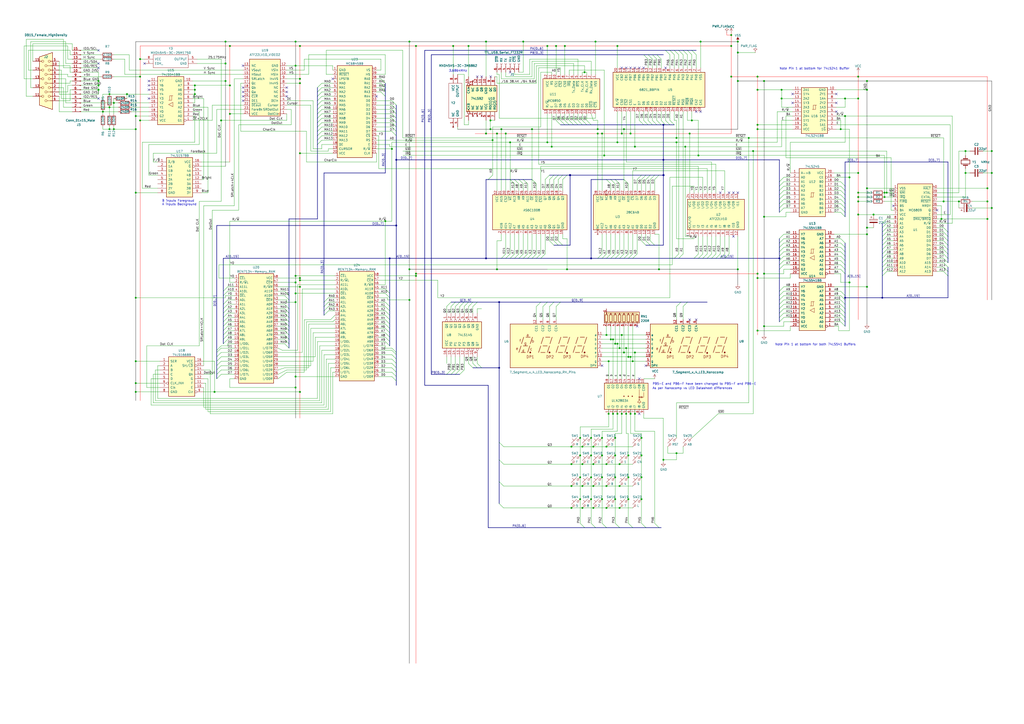
<source format=kicad_sch>
(kicad_sch (version 20211123) (generator eeschema)
  (paper "A2")
  (title_block (title "Nanocomp 6809 (Wireless World July 1981)") (date "2022-12-08") (rev "7.00") (company "Breadboarding Labs") (comment 1 "Updated for Video PLD replacing TTL Logic"))
  (junction (at 241.3 160.02))
  (junction (at 293.37 77.47))
  (junction (at 355.6 240.03))
  (junction (at 384.81 72.39))
  (junction (at 363.22 201.93))
  (junction (at 130.81 46.99))
  (junction (at 497.84 124.46))
  (junction (at 439.42 191.77))
  (junction (at 365.76 77.47))
  (junction (at 171.45 224.79))
  (junction (at 281.94 24.13))
  (junction (at 497.84 100.33))
  (junction (at 349.25 276.86))
  (junction (at 229.87 130.81))
  (junction (at 368.3 240.03))
  (junction (at 439.42 44.45))
  (junction (at 241.3 158.75))
  (junction (at 372.11 289.56))
  (junction (at 171.45 38.1))
  (junction (at 492.76 163.83))
  (junction (at 237.49 156.21))
  (junction (at 427.99 156.21))
  (junction (at 353.06 209.55))
  (junction (at 452.12 149.86))
  (junction (at 572.77 109.22))
  (junction (at 330.6765 101.6))
  (junction (at 173.99 162.56))
  (junction (at 546.1 127))
  (junction (at 227.33 86.36))
  (junction (at 281.94 149.86))
  (junction (at 317.5 82.55))
  (junction (at 241.3 26.67))
  (junction (at 337.82 281.94))
  (junction (at 356.87 289.56))
  (junction (at 289.56 175.26))
  (junction (at 133.35 66.04))
  (junction (at 359.41 281.94))
  (junction (at 502.92 109.22))
  (junction (at 337.82 259.08))
  (junction (at 284.48 74.93))
  (junction (at 171.45 218.44))
  (junction (at 490.22 172.72))
  (junction (at 424.18 44.45))
  (junction (at 363.22 240.03))
  (junction (at 502.92 166.37))
  (junction (at 368.3 85.09))
  (junction (at 171.45 160.02))
  (junction (at 575.31 120.65))
  (junction (at 345.44 24.13))
  (junction (at 330.7074 101.6))
  (junction (at 262.89 26.67))
  (junction (at 360.68 77.47))
  (junction (at 289.56 213.36))
  (junction (at 511.81 172.72))
  (junction (at 439.42 72.39))
  (junction (at 575.31 100.33))
  (junction (at 384.81 266.7))
  (junction (at 342.9 289.56))
  (junction (at 336.55 264.16))
  (junction (at 453.39 52.07))
  (junction (at 331.47 294.64))
  (junction (at 384.81 101.6))
  (junction (at 288.29 156.21))
  (junction (at 547.37 116.84))
  (junction (at 372.11 276.86))
  (junction (at 356.87 199.39))
  (junction (at 133.35 49.53))
  (junction (at 490.22 57.15))
  (junction (at 556.26 116.84))
  (junction (at 223.52 128.27))
  (junction (at 490.22 67.31))
  (junction (at 382.27 156.21))
  (junction (at 336.55 276.86))
  (junction (at 342.9 264.16))
  (junction (at 436.88 87.63))
  (junction (at 342.9 254))
  (junction (at 361.95 74.93))
  (junction (at 226.06 149.86))
  (junction (at 575.31 87.63))
  (junction (at 497.84 44.45))
  (junction (at 173.99 45.72))
  (junction (at 173.99 227.33))
  (junction (at 364.49 289.56))
  (junction (at 229.87 92.71))
  (junction (at 331.47 269.24))
  (junction (at 497.84 111.76))
  (junction (at 81.28 44.45))
  (junction (at 513.08 114.3))
  (junction (at 439.42 158.75))
  (junction (at 359.41 201.93))
  (junction (at 73.66 54.61))
  (junction (at 405.13 90.17))
  (junction (at 337.82 269.24))
  (junction (at 78.74 67.31))
  (junction (at 349.25 254))
  (junction (at 401.32 69.85))
  (junction (at 281.94 77.47))
  (junction (at 113.03 54.61))
  (junction (at 78.74 74.93))
  (junction (at 320.04 85.09))
  (junction (at 502.92 46.99))
  (junction (at 331.47 281.94))
  (junction (at 356.87 254))
  (junction (at 295.91 82.55))
  (junction (at 434.34 80.01))
  (junction (at 344.17 259.08))
  (junction (at 392.43 262.89))
  (junction (at 336.55 289.56))
  (junction (at 66.04 59.69))
  (junction (at 63.5 74.93))
  (junction (at 358.14 199.39))
  (junction (at 66.04 74.93))
  (junction (at 173.99 26.67))
  (junction (at 171.45 175.26))
  (junction (at 327.66 26.67))
  (junction (at 349.25 264.16))
  (junction (at 384.9501 101.6))
  (junction (at 349.25 289.56))
  (junction (at 424.18 20.32))
  (junction (at 392.43 80.01))
  (junction (at 367.03 209.55))
  (junction (at 351.79 269.24))
  (junction (at 487.68 74.93))
  (junction (at 361.95 204.47))
  (junction (at 339.09 41.91))
  (junction (at 351.79 259.08))
  (junction (at 364.49 276.86))
  (junction (at 328.93 156.21))
  (junction (at 359.41 269.24))
  (junction (at 453.39 57.15))
  (junction (at 288.29 77.47))
  (junction (at 336.55 254))
  (junction (at 344.17 294.64))
  (junction (at 358.14 240.03))
  (junction (at 368.3 204.47))
  (junction (at 572.77 127))
  (junction (at 342.9 276.86))
  (junction (at 351.79 294.64))
  (junction (at 443.23 125.73))
  (junction (at 439.42 52.07))
  (junction (at 303.53 24.13))
  (junction (at 308.61 74.93))
  (junction (at 397.51 85.09))
  (junction (at 78.74 227.33))
  (junction (at 271.78 26.67))
  (junction (at 128.27 69.85))
  (junction (at 59.69 64.77))
  (junction (at 572.77 116.84))
  (junction (at 365.76 207.01))
  (junction (at 237.49 173.99))
  (junction (at 346.71 74.93))
  (junction (at 285.75 81.28))
  (junction (at 171.45 163.83))
  (junction (at 358.14 82.55))
  (junction (at 57.15 46.99))
  (junction (at 502.92 132.08))
  (junction (at 317.5 26.67))
  (junction (at 81.28 69.85))
  (junction (at 384.81 92.71))
  (junction (at 356.87 264.16))
  (junction (at 78.74 111.76))
  (junction (at 173.99 166.37))
  (junction (at 427.99 46.99))
  (junction (at 427.99 24.13))
  (junction (at 358.14 26.67))
  (junction (at 173.99 88.9))
  (junction (at 443.23 46.99))
  (junction (at 284.48 69.85))
  (junction (at 322.58 26.67))
  (junction (at 173.99 161.29))
  (junction (at 497.84 116.84))
  (junction (at 359.41 294.64))
  (junction (at 349.25 77.47))
  (junction (at 78.74 172.72))
  (junction (at 63.5 62.23))
  (junction (at 342.9 149.86))
  (junction (at 360.68 194.31))
  (junction (at 113.03 52.07))
  (junction (at 372.11 264.16))
  (junction (at 360.68 240.03))
  (junction (at 502.92 52.07))
  (junction (at 353.06 240.03))
  (junction (at 344.17 269.24))
  (junction (at 351.79 281.94))
  (junction (at 506.73 124.46))
  (junction (at 443.23 189.23))
  (junction (at 392.43 82.55))
  (junction (at 124.46 227.33))
  (junction (at 364.49 207.01))
  (junction (at 560.07 87.63))
  (junction (at 331.47 259.08))
  (junction (at 513.08 111.76))
  (junction (at 57.15 52.07))
  (junction (at 424.18 26.67))
  (junction (at 356.87 276.86))
  (junction (at 514.35 111.76))
  (junction (at 427.99 30.48))
  (junction (at 344.17 281.94))
  (junction (at 560.07 100.33))
  (junction (at 400.05 77.47))
  (junction (at 237.49 24.13))
  (junction (at 364.49 264.16))
  (junction (at 78.74 222.25))
  (junction (at 81.28 34.29))
  (junction (at 113.03 49.53))
  (junction (at 346.71 77.47))
  (junction (at 63.5 54.61))
  (junction (at 365.76 240.03))
  (junction (at 350.52 90.17))
  (junction (at 78.74 209.55))
  (junction (at 130.81 36.83))
  (junction (at 173.99 48.26))
  (junction (at 497.84 57.15))
  (junction (at 502.92 135.89))
  (junction (at 351.79 194.31))
  (junction (at 372.11 254))
  (junction (at 443.23 158.75))
  (junction (at 355.6 196.85))
  (junction (at 171.45 170.18))
  (junction (at 130.81 24.13))
  (junction (at 290.83 74.93))
  (junction (at 439.42 161.29))
  (junction (at 406.4 24.13))
  (junction (at 354.33 196.85))
  (junction (at 133.35 26.67))
  (junction (at 171.45 24.13))
  (junction (at 497.84 114.3))
  (junction (at 439.42 74.93))
  (junction (at 492.76 102.87))
  (junction (at 337.82 294.64))
  (junction (at 57.15 49.53))
  (no_connect (at 518.16 119.38))
  (no_connect (at 369.57 189.23))
  (no_connect (at 86.36 57.15))
  (no_connect (at 403.86 185.42))
  (no_connect (at 83.82 36.83))
  (no_connect (at 459.74 54.51))
  (no_connect (at 485.14 54.51))
  (no_connect (at 459.74 59.69))
  (no_connect (at 485.14 59.69))
  (no_connect (at 485.14 64.77))
  (no_connect (at 140.97 50.8))
  (no_connect (at 140.97 53.34))
  (no_connect (at 417.83 111.76))
  (no_connect (at 360.68 39.37))
  (no_connect (at 363.22 39.37))
  (no_connect (at 365.76 39.37))
  (no_connect (at 370.84 39.37))
  (no_connect (at 368.3 39.37))
  (no_connect (at 373.38 39.37))
  (no_connect (at 386.08 39.37))
  (no_connect (at 406.4 64.77))
  (no_connect (at 403.86 64.77))
  (no_connect (at 57.15 57.15))
  (no_connect (at 57.15 39.37))
  (no_connect (at 57.15 29.21))
  (no_connect (at 57.15 36.83))
  (no_connect (at 370.84 240.03))
  (no_connect (at 374.65 212.09))
  (no_connect (at 166.37 50.8))
  (no_connect (at 166.37 53.34))
  (no_connect (at 140.97 38.1))
  (no_connect (at 166.37 55.88))
  (no_connect (at 86.36 46.99))
  (no_connect (at 86.36 49.53))
  (no_connect (at 86.36 52.07))
  (no_connect (at 218.44 55.88))
  (no_connect (at 295.91 41.91))
  (no_connect (at 193.04 45.72))
  (no_connect (at 400.05 185.42))
  (no_connect (at 543.56 121.92))
  (no_connect (at 370.84 219.71))
  (no_connect (at 276.86 44.45))
  (no_connect (at 279.4 44.45))
  (no_connect (at 284.62 44.45))
  (no_connect (at 140.97 55.88))
  (no_connect (at 140.97 58.42))
  (no_connect (at 422.91 111.76))
  (no_connect (at 425.45 111.76))
  (no_connect (at 427.99 111.76))
  (no_connect (at 425.45 137.16))
  (no_connect (at 349.25 212.09))
  (bus_entry (at 165.1 168.91) (size 2.54 2.54))
  (bus_entry (at 452.12 146.05) (size 2.54 -2.54))
  (bus_entry (at 289.56 292.1) (size 2.54 2.54))
  (bus_entry (at 289.56 256.54) (size 2.54 2.54))
  (bus_entry (at 289.56 266.7) (size 2.54 2.54))
  (bus_entry (at 289.56 279.4) (size 2.54 2.54))
  (bus_entry (at 452.12 171.45) (size 2.54 -2.54))
  (bus_entry (at 345.44 306.07) (size -2.54 -2.54))
  (bus_entry (at 227.33 71.12) (size 2.54 2.54))
  (bus_entry (at 128.27 207.01) (size -2.54 2.54))
  (bus_entry (at 487.68 168.91) (size 2.54 2.54))
  (bus_entry (at 165.1 179.07) (size 2.54 2.54))
  (bus_entry (at 271.78 210.82) (size 2.54 2.54))
  (bus_entry (at 274.32 210.82) (size 2.54 2.54))
  (bus_entry (at 276.86 210.82) (size 2.54 2.54))
  (bus_entry (at 547.37 142.24) (size 2.54 2.54))
  (bus_entry (at 132.08 186.69) (size -2.54 2.54))
  (bus_entry (at 547.37 134.62) (size 2.54 2.54))
  (bus_entry (at 403.86 31.75) (size -2.54 -2.54))
  (bus_entry (at 401.32 31.75) (size -2.54 -2.54))
  (bus_entry (at 398.78 31.75) (size -2.54 -2.54))
  (bus_entry (at 396.24 31.75) (size -2.54 -2.54))
  (bus_entry (at 393.7 31.75) (size -2.54 -2.54))
  (bus_entry (at 391.16 31.75) (size -2.54 -2.54))
  (bus_entry (at 388.62 31.75) (size -2.54 -2.54))
  (bus_entry (at 165.1 176.53) (size 2.54 2.54))
  (bus_entry (at 227.33 73.66) (size 2.54 2.54))
  (bus_entry (at 452.12 153.67) (size 2.54 -2.54))
  (bus_entry (at 487.68 113.03) (size 2.54 2.54))
  (bus_entry (at 511.81 139.7) (size 2.54 -2.54))
  (bus_entry (at 184.15 53.34) (size 2.54 -2.54))
  (bus_entry (at 452.12 186.69) (size 2.54 -2.54))
  (bus_entry (at 298.45 106.68) (size -2.54 -2.54))
  (bus_entry (at 165.1 189.23) (size 2.54 2.54))
  (bus_entry (at 511.81 134.62) (size 2.54 -2.54))
  (bus_entry (at 132.08 181.61) (size -2.54 2.54))
  (bus_entry (at 165.1 194.31) (size 2.54 2.54))
  (bus_entry (at 359.41 306.07) (size -2.54 -2.54))
  (bus_entry (at 346.71 149.86) (size 2.54 -2.54))
  (bus_entry (at 547.37 137.16) (size 2.54 2.54))
  (bus_entry (at 511.81 147.32) (size 2.54 -2.54))
  (bus_entry (at 227.33 63.5) (size 2.54 2.54))
  (bus_entry (at 227.33 205.74) (size 2.54 2.54))
  (bus_entry (at 487.68 105.41) (size 2.54 2.54))
  (bus_entry (at 223.52 167.64) (size 2.54 2.54))
  (bus_entry (at 165.1 196.85) (size 2.54 2.54))
  (bus_entry (at 190.5 172.72) (size -2.54 2.54))
  (bus_entry (at 184.15 58.42) (size 2.54 -2.54))
  (bus_entry (at 190.5 175.26) (size -2.54 2.54))
  (bus_entry (at 227.33 58.42) (size 2.54 2.54))
  (bus_entry (at 487.68 148.59) (size 2.54 2.54))
  (bus_entry (at 165.1 186.69) (size 2.54 2.54))
  (bus_entry (at 487.68 120.65) (size 2.54 2.54))
  (bus_entry (at 132.08 173.99) (size -2.54 2.54))
  (bus_entry (at 285.75 101.6) (size -2.54 2.54))
  (bus_entry (at 306.07 106.68) (size -2.54 -2.54))
  (bus_entry (at 452.12 173.99) (size 2.54 -2.54))
  (bus_entry (at 337.82 69.85) (size 2.54 2.54))
  (bus_entry (at 382.27 306.07) (size -2.54 -2.54))
  (bus_entry (at 132.08 176.53) (size -2.54 2.54))
  (bus_entry (at 511.81 157.48) (size 2.54 -2.54))
  (bus_entry (at 487.68 151.13) (size 2.54 2.54))
  (bus_entry (at 184.15 55.88) (size 2.54 -2.54))
  (bus_entry (at 184.15 66.04) (size 2.54 -2.54))
  (bus_entry (at 547.37 149.86) (size 2.54 2.54))
  (bus_entry (at 393.7 149.86) (size 2.54 -2.54))
  (bus_entry (at 266.7 217.17) (size 2.54 -2.54))
  (bus_entry (at 547.37 144.78) (size 2.54 2.54))
  (bus_entry (at 452.12 118.11) (size 2.54 -2.54))
  (bus_entry (at 132.08 184.15) (size -2.54 2.54))
  (bus_entry (at 227.33 210.82) (size 2.54 2.54))
  (bus_entry (at 452.12 105.41) (size 2.54 -2.54))
  (bus_entry (at 487.68 118.11) (size 2.54 2.54))
  (bus_entry (at 132.08 196.85) (size -2.54 2.54))
  (bus_entry (at 452.12 120.65) (size 2.54 -2.54))
  (bus_entry (at 322.58 69.85) (size 2.54 2.54))
  (bus_entry (at 452.12 181.61) (size 2.54 -2.54))
  (bus_entry (at 330.2 69.85) (size 2.54 2.54))
  (bus_entry (at 339.09 306.07) (size -2.54 -2.54))
  (bus_entry (at 487.68 184.15) (size 2.54 2.54))
  (bus_entry (at 227.33 218.44) (size 2.54 2.54))
  (bus_entry (at 487.68 186.69) (size 2.54 2.54))
  (bus_entry (at 311.15 106.68) (size -2.54 -2.54))
  (bus_entry (at 227.33 208.28) (size 2.54 2.54))
  (bus_entry (at 293.37 147.32) (size -2.54 2.54))
  (bus_entry (at 452.12 123.19) (size 2.54 -2.54))
  (bus_entry (at 452.12 143.51) (size 2.54 -2.54))
  (bus_entry (at 303.53 106.68) (size -2.54 -2.54))
  (bus_entry (at 487.68 143.51) (size 2.54 2.54))
  (bus_entry (at 375.92 34.29) (size -2.54 -2.54))
  (bus_entry (at 378.46 34.29) (size -2.54 -2.54))
  (bus_entry (at 381 34.29) (size -2.54 -2.54))
  (bus_entry (at 383.54 34.29) (size -2.54 -2.54))
  (bus_entry (at 452.12 168.91) (size 2.54 -2.54))
  (bus_entry (at 415.29 149.86) (size 2.54 -2.54))
  (bus_entry (at 227.33 68.58) (size 2.54 2.54))
  (bus_entry (at 132.08 166.37) (size -2.54 2.54))
  (bus_entry (at 295.91 147.32) (size -2.54 2.54))
  (bus_entry (at 417.83 149.86) (size 2.54 -2.54))
  (bus_entry (at 511.81 152.4) (size 2.54 -2.54))
  (bus_entry (at 405.13 149.86) (size 2.54 -2.54))
  (bus_entry (at 487.68 156.21) (size 2.54 2.54))
  (bus_entry (at 452.12 138.43) (size 2.54 -2.54))
  (bus_entry (at 300.99 106.68) (size -2.54 -2.54))
  (bus_entry (at 184.15 68.58) (size 2.54 -2.54))
  (bus_entry (at 128.27 212.09) (size -2.54 2.54))
  (bus_entry (at 332.74 69.85) (size 2.54 2.54))
  (bus_entry (at 184.15 63.5) (size 2.54 -2.54))
  (bus_entry (at 487.68 146.05) (size 2.54 2.54))
  (bus_entry (at 223.52 187.96) (size 2.54 2.54))
  (bus_entry (at 311.15 177.8) (size 2.54 -2.54))
  (bus_entry (at 322.58 177.8) (size 2.54 -2.54))
  (bus_entry (at 314.96 177.8) (size 2.54 -2.54))
  (bus_entry (at 318.77 177.8) (size 2.54 -2.54))
  (bus_entry (at 392.43 177.8) (size 2.54 -2.54))
  (bus_entry (at 396.24 177.8) (size 2.54 -2.54))
  (bus_entry (at 487.68 140.97) (size 2.54 2.54))
  (bus_entry (at 452.12 176.53) (size 2.54 -2.54))
  (bus_entry (at 452.12 113.03) (size 2.54 -2.54))
  (bus_entry (at 511.81 144.78) (size 2.54 -2.54))
  (bus_entry (at 184.15 83.82) (size 2.54 -2.54))
  (bus_entry (at 223.52 185.42) (size 2.54 2.54))
  (bus_entry (at 547.37 154.94) (size 2.54 2.54))
  (bus_entry (at 547.37 157.48) (size 2.54 2.54))
  (bus_entry (at 223.52 182.88) (size 2.54 2.54))
  (bus_entry (at 128.27 201.93) (size -2.54 2.54))
  (bus_entry (at 184.15 60.96) (size 2.54 -2.54))
  (bus_entry (at 128.27 214.63) (size -2.54 2.54))
  (bus_entry (at 351.79 306.07) (size -2.54 -2.54))
  (bus_entry (at 547.37 139.7) (size 2.54 2.54))
  (bus_entry (at 452.12 115.57) (size 2.54 -2.54))
  (bus_entry (at 407.67 149.86) (size 2.54 -2.54))
  (bus_entry (at 223.52 180.34) (size 2.54 2.54))
  (bus_entry (at 227.33 201.93) (size 2.54 2.54))
  (bus_entry (at 402.59 149.86) (size 2.54 -2.54))
  (bus_entry (at 369.57 147.32) (size -2.54 2.54))
  (bus_entry (at 220.98 48.26) (size 2.54 2.54))
  (bus_entry (at 132.08 191.77) (size -2.54 2.54))
  (bus_entry (at 227.33 66.04) (size 2.54 2.54))
  (bus_entry (at 487.68 181.61) (size 2.54 2.54))
  (bus_entry (at 184.15 50.8) (size 2.54 -2.54))
  (bus_entry (at 227.33 215.9) (size 2.54 2.54))
  (bus_entry (at 452.12 179.07) (size 2.54 -2.54))
  (bus_entry (at 264.16 217.17) (size 2.54 -2.54))
  (bus_entry (at 487.68 107.95) (size 2.54 2.54))
  (bus_entry (at 223.52 170.18) (size 2.54 2.54))
  (bus_entry (at 128.27 209.55) (size -2.54 2.54))
  (bus_entry (at 511.81 142.24) (size 2.54 -2.54))
  (bus_entry (at 128.27 204.47) (size -2.54 2.54))
  (bus_entry (at 223.52 195.58) (size 2.54 2.54))
  (bus_entry (at 132.08 179.07) (size -2.54 2.54))
  (bus_entry (at 487.68 176.53) (size 2.54 2.54))
  (bus_entry (at 259.08 177.8) (size 2.54 -2.54))
  (bus_entry (at 261.62 177.8) (size 2.54 -2.54))
  (bus_entry (at 274.32 177.8) (size 2.54 -2.54))
  (bus_entry (at 271.78 177.8) (size 2.54 -2.54))
  (bus_entry (at 264.16 177.8) (size 2.54 -2.54))
  (bus_entry (at 266.7 177.8) (size 2.54 -2.54))
  (bus_entry (at 269.24 177.8) (size 2.54 -2.54))
  (bus_entry (at 223.52 175.26) (size 2.54 2.54))
  (bus_entry (at 227.33 60.96) (size 2.54 2.54))
  (bus_entry (at 354.33 104.14) (size 2.54 2.54))
  (bus_entry (at 361.95 104.14) (size 2.54 2.54))
  (bus_entry (at 351.79 104.14) (size 2.54 2.54))
  (bus_entry (at 259.08 217.17) (size 2.54 -2.54))
  (bus_entry (at 316.23 104.14) (size 2.54 -2.54))
  (bus_entry (at 318.77 104.14) (size 2.54 -2.54))
  (bus_entry (at 326.39 104.14) (size 2.54 -2.54))
  (bus_entry (at 321.31 104.14) (size 2.54 -2.54))
  (bus_entry (at 323.85 104.14) (size 2.54 -2.54))
  (bus_entry (at 306.07 147.32) (size -2.54 2.54))
  (bus_entry (at 303.53 147.32) (size -2.54 2.54))
  (bus_entry (at 300.99 147.32) (size -2.54 2.54))
  (bus_entry (at 298.45 147.32) (size -2.54 2.54))
  (bus_entry (at 311.15 147.32) (size -2.54 2.54))
  (bus_entry (at 308.61 147.32) (size -2.54 2.54))
  (bus_entry (at 313.69 147.32) (size -2.54 2.54))
  (bus_entry (at 326.39 142.24) (size -2.54 -2.54))
  (bus_entry (at 321.31 142.24) (size -2.54 -2.54))
  (bus_entry (at 323.85 142.24) (size -2.54 -2.54))
  (bus_entry (at 452.12 107.95) (size 2.54 -2.54))
  (bus_entry (at 223.52 177.8) (size 2.54 2.54))
  (bus_entry (at 165.1 171.45) (size 2.54 2.54))
  (bus_entry (at 184.15 73.66) (size 2.54 -2.54))
  (bus_entry (at 165.1 181.61) (size 2.54 2.54))
  (bus_entry (at 452.12 151.13) (size 2.54 -2.54))
  (bus_entry (at 223.52 193.04) (size 2.54 2.54))
  (bus_entry (at 452.12 110.49) (size 2.54 -2.54))
  (bus_entry (at 511.81 137.16) (size 2.54 -2.54))
  (bus_entry (at 487.68 179.07) (size 2.54 2.54))
  (bus_entry (at 374.65 104.14) (size 2.54 -2.54))
  (bus_entry (at 369.57 104.14) (size 2.54 -2.54))
  (bus_entry (at 372.11 104.14) (size 2.54 -2.54))
  (bus_entry (at 377.19 104.14) (size 2.54 -2.54))
  (bus_entry (at 379.73 104.14) (size 2.54 -2.54))
  (bus_entry (at 335.28 69.85) (size 2.54 2.54))
  (bus_entry (at 547.37 132.08) (size 2.54 2.54))
  (bus_entry (at 367.03 306.07) (size -2.54 -2.54))
  (bus_entry (at 325.12 69.85) (size 2.54 2.54))
  (bus_entry (at 261.62 217.17) (size 2.54 -2.54))
  (bus_entry (at 487.68 153.67) (size 2.54 2.54))
  (bus_entry (at 374.65 306.07) (size -2.54 -2.54))
  (bus_entry (at 128.27 217.17) (size -2.54 2.54))
  (bus_entry (at 487.68 115.57) (size 2.54 2.54))
  (bus_entry (at 220.98 53.34) (size 2.54 2.54))
  (bus_entry (at 511.81 160.02) (size 2.54 -2.54))
  (bus_entry (at 547.37 147.32) (size 2.54 2.54))
  (bus_entry (at 227.33 213.36) (size 2.54 2.54))
  (bus_entry (at 132.08 194.31) (size -2.54 2.54))
  (bus_entry (at 132.08 189.23) (size -2.54 2.54))
  (bus_entry (at 190.5 180.34) (size -2.54 2.54))
  (bus_entry (at 511.81 129.54) (size 2.54 -2.54))
  (bus_entry (at 220.98 50.8) (size 2.54 2.54))
  (bus_entry (at 511.81 132.08) (size 2.54 -2.54))
  (bus_entry (at 316.23 147.32) (size -2.54 2.54))
  (bus_entry (at 340.36 69.85) (size 2.54 2.54))
  (bus_entry (at 220.98 45.72) (size 2.54 2.54))
  (bus_entry (at 547.37 152.4) (size 2.54 2.54))
  (bus_entry (at 391.16 149.86) (size 2.54 -2.54))
  (bus_entry (at 420.37 149.86) (size 2.54 -2.54))
  (bus_entry (at 223.52 198.12) (size 2.54 2.54))
  (bus_entry (at 184.15 81.28) (size 2.54 -2.54))
  (bus_entry (at 452.12 184.15) (size 2.54 -2.54))
  (bus_entry (at 184.15 76.2) (size 2.54 -2.54))
  (bus_entry (at 184.15 78.74) (size 2.54 -2.54))
  (bus_entry (at 132.08 168.91) (size -2.54 2.54))
  (bus_entry (at 487.68 138.43) (size 2.54 2.54))
  (bus_entry (at 190.5 177.8) (size -2.54 2.54))
  (bus_entry (at 487.68 173.99) (size 2.54 2.54))
  (bus_entry (at 165.1 191.77) (size 2.54 2.54))
  (bus_entry (at 356.87 149.86) (size 2.54 -2.54))
  (bus_entry (at 354.33 149.86) (size 2.54 -2.54))
  (bus_entry (at 351.79 149.86) (size 2.54 -2.54))
  (bus_entry (at 359.41 149.86) (size 2.54 -2.54))
  (bus_entry (at 377.19 142.24) (size -2.54 -2.54))
  (bus_entry (at 364.49 149.86) (size 2.54 -2.54))
  (bus_entry (at 361.95 149.86) (size 2.54 -2.54))
  (bus_entry (at 374.65 142.24) (size -2.54 -2.54))
  (bus_entry (at 349.25 149.86) (size 2.54 -2.54))
  (bus_entry (at 379.73 142.24) (size -2.54 -2.54))
  (bus_entry (at 487.68 123.19) (size 2.54 2.54))
  (bus_entry (at 410.21 149.86) (size 2.54 -2.54))
  (bus_entry (at 227.33 76.2) (size 2.54 2.54))
  (bus_entry (at 165.1 184.15) (size 2.54 2.54))
  (bus_entry (at 487.68 171.45) (size 2.54 2.54))
  (bus_entry (at 452.12 156.21) (size 2.54 -2.54))
  (bus_entry (at 511.81 154.94) (size 2.54 -2.54))
  (bus_entry (at 487.68 110.49) (size 2.54 2.54))
  (bus_entry (at 452.12 148.59) (size 2.54 -2.54))
  (bus_entry (at 511.81 149.86) (size 2.54 -2.54))
  (bus_entry (at 165.1 199.39) (size 2.54 2.54))
  (bus_entry (at 356.87 104.14) (size 2.54 2.54))
  (bus_entry (at 184.15 71.12) (size 2.54 -2.54))
  (bus_entry (at 223.52 190.5) (size 2.54 2.54))
  (bus_entry (at 327.66 69.85) (size 2.54 2.54))
  (bus_entry (at 227.33 203.2) (size 2.54 2.54))
  (bus_entry (at 128.27 200.66) (size -2.54 2.54))
  (bus_entry (at 452.12 140.97) (size 2.54 -2.54))
  (bus_entry (at 388.62 69.85) (size 2.54 2.54))
  (bus_entry (at 383.54 69.85) (size 2.54 2.54))
  (bus_entry (at 386.08 69.85) (size 2.54 2.54))
  (bus_entry (at 381 69.85) (size 2.54 2.54))
  (bus_entry (at 378.46 69.85) (size 2.54 2.54))
  (bus_entry (at 375.92 69.85) (size 2.54 2.54))
  (bus_entry (at 373.38 69.85) (size 2.54 2.54))
  (bus_entry (at 370.84 69.85) (size 2.54 2.54))
  (bus_entry (at 412.75 149.86) (size 2.54 -2.54))
  (wire (pts (xy 513.08 90.17) (xy 513.08 111.76)))
  (wire (pts (xy 483.87 181.61) (xy 487.68 181.61)))
  (bus (pts (xy 490.22 113.03) (xy 490.22 115.57)))
  (wire (pts (xy 367.03 99.06) (xy 420.37 99.06)))
  (bus (pts (xy 229.87 218.44) (xy 229.87 220.98)))
  (wire (pts (xy 161.29 173.99) (xy 166.37 173.99)))
  (bus (pts (xy 229.87 210.82) (xy 229.87 213.36)))
  (wire (pts (xy 111.76 62.23) (xy 120.65 62.23)))
  (wire (pts (xy 46.99 39.37) (xy 57.15 39.37)))
  (bus (pts (xy 374.65 101.6) (xy 377.19 101.6)))
  (wire (pts (xy 365.76 64.77) (xy 365.76 77.47)))
  (wire (pts (xy 400.05 111.76) (xy 400.05 77.47)))
  (wire (pts (xy 363.22 237.49) (xy 363.22 240.03)))
  (wire (pts (xy 120.65 219.71) (xy 120.65 238.76)))
  (wire (pts (xy 407.67 102.87) (xy 388.62 102.87)))
  (wire (pts (xy 261.62 181.61) (xy 261.62 177.8)))
  (wire (pts (xy 176.53 215.9) (xy 166.37 215.9)))
  (bus (pts (xy 354.33 104.14) (xy 356.87 104.14)))
  (bus (pts (xy 511.81 160.02) (xy 511.81 172.72)))
  (wire (pts (xy 118.11 227.33) (xy 124.46 227.33)))
  (wire (pts (xy 317.5 43.18) (xy 317.5 26.67)))
  (bus (pts (xy 259.08 217.17) (xy 261.62 217.17)))
  (wire (pts (xy 39.37 26.67) (xy 39.37 34.29)))
  (wire (pts (xy 274.32 210.82) (xy 274.32 207.01)))
  (wire (pts (xy 86.36 101.6) (xy 86.36 83.82)))
  (bus (pts (xy 511.81 149.86) (xy 511.81 152.4)))
  (bus (pts (xy 274.32 213.36) (xy 276.86 213.36)))
  (wire (pts (xy 165.1 199.39) (xy 161.29 199.39)))
  (wire (pts (xy 19.05 25.4) (xy 19.05 35.56)))
  (wire (pts (xy 241.3 26.67) (xy 241.3 158.75)) (stroke (width 0) (color 255 0 0 1)))
  (wire (pts (xy 293.37 135.89) (xy 293.37 147.32)))
  (wire (pts (xy 392.43 262.89) (xy 392.43 266.7)))
  (bus (pts (xy 184.15 81.28) (xy 184.15 83.82)))
  (bus (pts (xy 381 31.75) (xy 378.46 31.75)))
  (bus (pts (xy 184.15 78.74) (xy 184.15 81.28)))
  (wire (pts (xy 34.29 53.34) (xy 39.37 53.34)))
  (wire (pts (xy 181.61 209.55) (xy 161.29 209.55)))
  (wire (pts (xy 318.77 177.8) (xy 318.77 185.42)))
  (bus (pts (xy 490.22 143.51) (xy 490.22 146.05)))
  (wire (pts (xy 193.04 186.69) (xy 177.8 186.69)))
  (wire (pts (xy 367.03 135.89) (xy 367.03 147.32)))
  (wire (pts (xy 358.14 82.55) (xy 392.43 82.55)))
  (bus (pts (xy 356.87 149.86) (xy 359.41 149.86)))
  (wire (pts (xy 439.42 158.75) (xy 439.42 161.29)) (stroke (width 0) (color 255 0 0 1)))
  (wire (pts (xy 219.71 180.34) (xy 223.52 180.34)))
  (wire (pts (xy 219.71 175.26) (xy 223.52 175.26)))
  (bus (pts (xy 549.91 160.02) (xy 549.91 172.72)))
  (bus (pts (xy 549.91 154.94) (xy 549.91 157.48)))
  (wire (pts (xy 166.37 215.9) (xy 161.29 219.71)))
  (wire (pts (xy 38.1 45.72) (xy 38.1 59.69)))
  (bus (pts (xy 129.54 186.69) (xy 129.54 184.15)))
  (wire (pts (xy 135.89 166.37) (xy 132.08 166.37)))
  (wire (pts (xy 396.24 259.08) (xy 396.24 262.89)))
  (wire (pts (xy 416.56 240.03) (xy 401.32 254)))
  (wire (pts (xy 118.11 236.22) (xy 189.23 236.22)))
  (wire (pts (xy 458.47 123.19) (xy 455.93 123.19)))
  (wire (pts (xy 78.74 209.55) (xy 78.74 222.25)) (stroke (width 0) (color 0 0 0 1)))
  (wire (pts (xy 397.51 85.09) (xy 453.39 85.09)))
  (wire (pts (xy 367.03 189.23) (xy 367.03 209.55)))
  (wire (pts (xy 135.89 189.23) (xy 132.08 189.23)))
  (wire (pts (xy 124.46 227.33) (xy 173.99 227.33)))
  (wire (pts (xy 330.2 40.64) (xy 350.52 40.64)))
  (wire (pts (xy 346.71 69.85) (xy 346.71 74.93)))
  (wire (pts (xy 392.43 82.55) (xy 392.43 138.43)))
  (wire (pts (xy 364.49 251.46) (xy 364.49 264.16)))
  (wire (pts (xy 356.87 276.86) (xy 356.87 289.56)))
  (wire (pts (xy 516.89 91.44) (xy 455.93 91.44)))
  (wire (pts (xy 336.55 247.65) (xy 353.06 247.65)))
  (wire (pts (xy 396.24 64.77) (xy 396.24 147.32)))
  (wire (pts (xy 39.37 53.34) (xy 39.37 49.53)))
  (wire (pts (xy 543.56 111.76) (xy 556.26 111.76)))
  (wire (pts (xy 233.68 80.01) (xy 392.43 80.01)))
  (wire (pts (xy 506.73 132.08) (xy 502.92 132.08)))
  (bus (pts (xy 511.81 144.78) (xy 511.81 147.32)))
  (wire (pts (xy 276.86 210.82) (xy 276.86 207.01)))
  (wire (pts (xy 518.16 132.08) (xy 514.35 132.08)))
  (wire (pts (xy 483.87 168.91) (xy 487.68 168.91)))
  (bus (pts (xy 378.46 72.39) (xy 381 72.39)))
  (bus (pts (xy 184.15 58.42) (xy 184.15 60.96)))
  (wire (pts (xy 34.29 48.26) (xy 40.64 48.26)))
  (wire (pts (xy 322.58 26.67) (xy 327.66 26.67)) (stroke (width 0) (color 255 0 0 1)))
  (wire (pts (xy 454.66 113.03) (xy 458.47 113.03)))
  (wire (pts (xy 116.84 96.52) (xy 130.81 96.52)))
  (wire (pts (xy 416.56 240.03) (xy 436.88 240.03)))
  (wire (pts (xy 454.66 135.89) (xy 458.47 135.89)))
  (wire (pts (xy 193.04 240.03) (xy 121.92 240.03)))
  (wire (pts (xy 360.68 237.49) (xy 360.68 240.03)))
  (wire (pts (xy 135.89 196.85) (xy 132.08 196.85)))
  (wire (pts (xy 72.39 43.18) (xy 72.39 34.29)))
  (wire (pts (xy 410.21 97.79) (xy 219.71 97.79)))
  (wire (pts (xy 483.87 107.95) (xy 487.68 107.95)))
  (wire (pts (xy 317.5 66.04) (xy 317.5 82.55)))
  (wire (pts (xy 415.29 137.16) (xy 415.29 147.32)))
  (bus (pts (xy 184.15 71.12) (xy 184.15 73.66)))
  (wire (pts (xy 284.48 69.85) (xy 284.48 74.93)))
  (wire (pts (xy 194.31 180.34) (xy 190.5 180.34)))
  (wire (pts (xy 353.06 219.71) (xy 353.06 209.55)))
  (wire (pts (xy 388.62 31.75) (xy 388.62 39.37)))
  (wire (pts (xy 487.68 158.75) (xy 487.68 163.83)))
  (wire (pts (xy 219.71 203.2) (xy 227.33 203.2)))
  (wire (pts (xy 436.88 87.63) (xy 514.35 87.63)))
  (wire (pts (xy 138.43 72.39) (xy 138.43 121.92)))
  (bus (pts (xy 323.85 101.6) (xy 326.39 101.6)))
  (wire (pts (xy 360.68 240.03) (xy 360.68 251.46)))
  (wire (pts (xy 483.87 166.37) (xy 502.92 166.37)))
  (wire (pts (xy 398.78 31.75) (xy 398.78 39.37)))
  (wire (pts (xy 556.26 120.65) (xy 556.26 116.84)))
  (wire (pts (xy 135.89 171.45) (xy 130.81 171.45)))
  (wire (pts (xy 290.83 41.91) (xy 290.83 45.72)))
  (wire (pts (xy 518.16 137.16) (xy 514.35 137.16)))
  (wire (pts (xy 226.06 83.82) (xy 226.06 85.09)))
  (wire (pts (xy 547.37 80.01) (xy 434.34 80.01)))
  (wire (pts (xy 325.12 66.04) (xy 325.12 69.85)))
  (wire (pts (xy 172.72 203.2) (xy 163.83 203.2)))
  (wire (pts (xy 486.41 191.77) (xy 492.76 191.77)))
  (bus (pts (xy 490.22 118.11) (xy 490.22 120.65)))
  (wire (pts (xy 173.99 48.26) (xy 173.99 88.9)) (stroke (width 0) (color 255 0 0 1)))
  (wire (pts (xy 562.61 100.33) (xy 560.07 100.33)))
  (wire (pts (xy 57.15 52.07) (xy 57.15 54.61)))
  (wire (pts (xy 266.7 207.01) (xy 266.7 214.63)))
  (wire (pts (xy 46.99 64.77) (xy 59.69 64.77)))
  (wire (pts (xy 337.82 41.91) (xy 339.09 41.91)))
  (wire (pts (xy 311.15 177.8) (xy 311.15 185.42)))
  (wire (pts (xy 514.35 111.76) (xy 514.35 87.63)))
  (wire (pts (xy 454.66 146.05) (xy 458.47 146.05)))
  (bus (pts (xy 398.78 29.21) (xy 396.24 29.21)))
  (wire (pts (xy 356.87 264.16) (xy 356.87 276.86)))
  (wire (pts (xy 259.08 181.61) (xy 259.08 177.8)))
  (wire (pts (xy 518.16 149.86) (xy 514.35 149.86)))
  (bus (pts (xy 330.7074 101.6) (xy 372.11 101.6)))
  (wire (pts (xy 118.11 217.17) (xy 123.19 217.17)))
  (wire (pts (xy 41.91 52.07) (xy 40.64 52.07)))
  (wire (pts (xy 358.14 219.71) (xy 358.14 199.39)))
  (wire (pts (xy 485.14 72.39) (xy 551.18 72.39)))
  (wire (pts (xy 364.49 264.16) (xy 364.49 276.86)))
  (wire (pts (xy 186.69 83.82) (xy 193.04 83.82)))
  (bus (pts (xy 306.07 149.86) (xy 308.61 149.86)))
  (bus (pts (xy 340.36 72.39) (xy 342.9 72.39)))
  (wire (pts (xy 392.43 69.85) (xy 392.43 80.01)))
  (wire (pts (xy 356.87 106.68) (xy 356.87 110.49)))
  (wire (pts (xy 34.29 54.61) (xy 41.91 54.61)))
  (bus (pts (xy 167.64 191.77) (xy 167.64 194.31)))
  (wire (pts (xy 91.44 101.6) (xy 86.36 101.6)))
  (wire (pts (xy 483.87 148.59) (xy 487.68 148.59)))
  (wire (pts (xy 124.46 209.55) (xy 124.46 227.33)))
  (wire (pts (xy 298.45 43.18) (xy 307.34 43.18)))
  (wire (pts (xy 133.35 163.83) (xy 133.35 128.27)))
  (bus (pts (xy 375.92 72.39) (xy 378.46 72.39)))
  (wire (pts (xy 378.46 64.77) (xy 378.46 69.85)))
  (bus (pts (xy 452.12 181.61) (xy 452.12 184.15)))
  (wire (pts (xy 34.29 43.18) (xy 39.37 43.18)))
  (wire (pts (xy 271.78 26.67) (xy 317.5 26.67)) (stroke (width 0) (color 255 0 0 1)))
  (wire (pts (xy 492.76 74.93) (xy 492.76 102.87)))
  (bus (pts (xy 300.99 104.14) (xy 298.45 104.14)))
  (wire (pts (xy 575.31 87.63) (xy 575.31 100.33)) (stroke (width 0) (color 0 0 0 1)))
  (wire (pts (xy 36.83 62.23) (xy 41.91 62.23)))
  (wire (pts (xy 161.29 161.29) (xy 173.99 161.29)))
  (wire (pts (xy 543.56 114.3) (xy 560.07 114.3)))
  (wire (pts (xy 39.37 34.29) (xy 41.91 34.29)))
  (wire (pts (xy 287.02 44.45) (xy 288.29 44.45)))
  (wire (pts (xy 218.44 53.34) (xy 220.98 53.34)))
  (bus (pts (xy 289.56 266.7) (xy 289.56 279.4)))
  (wire (pts (xy 308.61 35.56) (xy 342.9 35.56)))
  (wire (pts (xy 344.17 281.94) (xy 351.79 281.94)))
  (wire (pts (xy 356.87 289.56) (xy 356.87 303.53)))
  (wire (pts (xy 113.03 54.61) (xy 113.03 59.69)))
  (bus (pts (xy 246.38 29.21) (xy 386.08 29.21)))
  (wire (pts (xy 492.76 163.83) (xy 492.76 191.77)))
  (wire (pts (xy 218.44 58.42) (xy 227.33 58.42)))
  (bus (pts (xy 223.52 48.26) (xy 223.52 50.8)))
  (wire (pts (xy 382.27 135.89) (xy 379.73 135.89)))
  (bus (pts (xy 386.08 72.39) (xy 388.62 72.39)))
  (bus (pts (xy 129.54 149.86) (xy 226.06 149.86)))
  (wire (pts (xy 369.57 104.14) (xy 369.57 110.49)))
  (wire (pts (xy 63.5 62.23) (xy 68.58 62.23)))
  (wire (pts (xy 402.59 107.95) (xy 389.89 107.95)))
  (bus (pts (xy 393.7 29.21) (xy 391.16 29.21)))
  (wire (pts (xy 292.1 259.08) (xy 331.47 259.08)))
  (bus (pts (xy 549.91 142.24) (xy 549.91 144.78)))
  (wire (pts (xy 194.31 200.66) (xy 185.42 200.66)))
  (wire (pts (xy 171.45 38.1) (xy 171.45 160.02)) (stroke (width 0) (color 0 0 0 1)))
  (wire (pts (xy 313.69 96.52) (xy 405.13 96.52)))
  (wire (pts (xy 219.71 170.18) (xy 223.52 170.18)))
  (wire (pts (xy 115.57 200.66) (xy 85.09 200.66)))
  (bus (pts (xy 337.82 72.39) (xy 340.36 72.39)))
  (wire (pts (xy 497.84 116.84) (xy 497.84 124.46)) (stroke (width 0) (color 255 0 0 1)))
  (wire (pts (xy 132.08 199.39) (xy 135.89 199.39)))
  (wire (pts (xy 171.45 224.79) (xy 171.45 242.57)) (stroke (width 0) (color 0 0 0 1)))
  (wire (pts (xy 118.11 57.15) (xy 118.11 104.14)))
  (wire (pts (xy 82.55 109.22) (xy 91.44 109.22)))
  (wire (pts (xy 364.49 207.01) (xy 365.76 207.01)))
  (wire (pts (xy 453.39 52.07) (xy 439.42 52.07)))
  (wire (pts (xy 497.84 57.15) (xy 497.84 100.33)) (stroke (width 0) (color 255 0 0 1)))
  (wire (pts (xy 41.91 25.4) (xy 19.05 25.4)))
  (wire (pts (xy 194.31 218.44) (xy 171.45 218.44)))
  (bus (pts (xy 318.77 101.6) (xy 321.31 101.6)))
  (wire (pts (xy 311.15 135.89) (xy 311.15 147.32)))
  (wire (pts (xy 227.33 201.93) (xy 223.52 201.93)))
  (wire (pts (xy 81.28 69.85) (xy 86.36 69.85)))
  (wire (pts (xy 233.68 90.17) (xy 350.52 90.17)))
  (wire (pts (xy 271.78 72.39) (xy 271.78 69.85)))
  (bus (pts (xy 328.93 101.6) (xy 330.6765 101.6)))
  (bus (pts (xy 511.81 129.54) (xy 511.81 132.08)))
  (wire (pts (xy 16.51 29.21) (xy 40.64 29.21)))
  (wire (pts (xy 417.83 137.16) (xy 417.83 147.32)))
  (wire (pts (xy 396.24 262.89) (xy 392.43 262.89)))
  (bus (pts (xy 229.87 73.66) (xy 229.87 76.2)))
  (wire (pts (xy 66.04 31.75) (xy 74.93 31.75)))
  (wire (pts (xy 386.08 64.77) (xy 386.08 69.85)))
  (wire (pts (xy 219.71 213.36) (xy 227.33 213.36)))
  (bus (pts (xy 367.03 149.86) (xy 391.16 149.86)))
  (wire (pts (xy 271.78 181.61) (xy 271.78 177.8)))
  (wire (pts (xy 518.16 157.48) (xy 514.35 157.48)))
  (wire (pts (xy 265.43 74.93) (xy 284.48 74.93)) (stroke (width 0) (color 0 0 0 1)))
  (bus (pts (xy 187.96 180.34) (xy 187.96 182.88)))
  (wire (pts (xy 513.08 111.76) (xy 513.08 114.3)))
  (wire (pts (xy 186.69 50.8) (xy 193.04 50.8)))
  (wire (pts (xy 316.23 135.89) (xy 316.23 147.32)))
  (wire (pts (xy 168.91 72.39) (xy 138.43 72.39)))
  (wire (pts (xy 359.41 189.23) (xy 359.41 201.93)))
  (bus (pts (xy 330.7074 101.6) (xy 330.7074 142.24)))
  (wire (pts (xy 458.47 186.69) (xy 454.66 186.69)))
  (wire (pts (xy 497.84 114.3) (xy 497.84 116.84)) (stroke (width 0) (color 255 0 0 1)))
  (wire (pts (xy 485.14 52.07) (xy 502.92 52.07)))
  (wire (pts (xy 483.87 153.67) (xy 487.68 153.67)))
  (wire (pts (xy 454.66 102.87) (xy 458.47 102.87)))
  (wire (pts (xy 342.9 303.53) (xy 342.9 289.56)))
  (wire (pts (xy 76.2 62.23) (xy 86.36 62.23)))
  (wire (pts (xy 355.6 219.71) (xy 355.6 196.85)))
  (wire (pts (xy 368.3 204.47) (xy 374.65 204.47)))
  (wire (pts (xy 133.35 49.53) (xy 133.35 66.04)) (stroke (width 0) (color 255 0 0 1)))
  (wire (pts (xy 547.37 116.84) (xy 547.37 80.01)))
  (wire (pts (xy 439.42 72.39) (xy 439.42 74.93)) (stroke (width 0) (color 255 0 0 1)))
  (wire (pts (xy 135.89 45.72) (xy 135.89 119.38)))
  (wire (pts (xy 518.16 121.92) (xy 516.89 121.92)))
  (wire (pts (xy 194.31 195.58) (xy 182.88 195.58)))
  (wire (pts (xy 392.43 80.01) (xy 434.34 80.01)))
  (wire (pts (xy 543.56 144.78) (xy 547.37 144.78)))
  (wire (pts (xy 186.69 81.28) (xy 193.04 81.28)))
  (wire (pts (xy 179.07 43.18) (xy 166.37 43.18)))
  (bus (pts (xy 452.12 118.11) (xy 452.12 120.65)))
  (wire (pts (xy 454.66 153.67) (xy 458.47 153.67)))
  (bus (pts (xy 313.69 175.26) (xy 317.5 175.26)))
  (wire (pts (xy 345.44 24.13) (xy 406.4 24.13)) (stroke (width 0) (color 0 0 0 1)))
  (bus (pts (xy 372.11 101.6) (xy 374.65 101.6)))
  (wire (pts (xy 194.31 185.42) (xy 193.04 186.69)))
  (wire (pts (xy 166.37 66.04) (xy 166.37 69.85)))
  (wire (pts (xy 173.99 162.56) (xy 173.99 166.37)) (stroke (width 0) (color 255 0 0 1)))
  (bus (pts (xy 490.22 186.69) (xy 490.22 189.23)))
  (wire (pts (xy 269.24 72.39) (xy 271.78 72.39)))
  (wire (pts (xy 177.8 93.98) (xy 218.44 93.98)))
  (wire (pts (xy 220.98 40.64) (xy 220.98 34.29)))
  (bus (pts (xy 281.94 149.86) (xy 290.83 149.86)))
  (wire (pts (xy 570.23 100.33) (xy 575.31 100.33)))
  (wire (pts (xy 405.13 137.16) (xy 405.13 147.32)))
  (wire (pts (xy 92.71 227.33) (xy 78.74 227.33)))
  (wire (pts (xy 233.68 29.21) (xy 189.23 29.21)))
  (wire (pts (xy 420.37 99.06) (xy 420.37 111.76)))
  (wire (pts (xy 262.89 43.18) (xy 262.89 26.67)))
  (bus (pts (xy 223.52 50.8) (xy 223.52 53.34)))
  (wire (pts (xy 285.75 73.66) (xy 285.75 81.28)))
  (wire (pts (xy 424.18 44.45) (xy 439.42 44.45)) (stroke (width 0) (color 255 0 0 1)))
  (bus (pts (xy 490.22 107.95) (xy 490.22 110.49)))
  (wire (pts (xy 349.25 264.16) (xy 349.25 276.86)))
  (wire (pts (xy 40.64 48.26) (xy 40.64 46.99)))
  (wire (pts (xy 518.16 142.24) (xy 514.35 142.24)))
  (wire (pts (xy 57.15 46.99) (xy 57.15 49.53)))
  (wire (pts (xy 518.16 116.84) (xy 513.08 116.84)))
  (wire (pts (xy 166.37 40.64) (xy 176.53 40.64)))
  (bus (pts (xy 375.92 31.75) (xy 373.38 31.75)))
  (wire (pts (xy 288.29 43.18) (xy 288.29 41.91)))
  (bus (pts (xy 388.62 72.39) (xy 391.16 72.39)))
  (wire (pts (xy 336.55 264.16) (xy 336.55 254)))
  (wire (pts (xy 16.51 40.64) (xy 19.05 40.64)))
  (wire (pts (xy 337.82 43.18) (xy 337.82 41.91)))
  (wire (pts (xy 384.81 266.7) (xy 384.81 267.97)))
  (wire (pts (xy 128.27 116.84) (xy 115.57 116.84)))
  (bus (pts (xy 229.87 220.98) (xy 229.87 223.52)))
  (wire (pts (xy 219.71 187.96) (xy 223.52 187.96)))
  (wire (pts (xy 295.91 82.55) (xy 295.91 104.14)))
  (wire (pts (xy 290.83 74.93) (xy 290.83 110.49)))
  (wire (pts (xy 344.17 294.64) (xy 351.79 294.64)))
  (wire (pts (xy 74.93 31.75) (xy 74.93 40.64)))
  (bus (pts (xy 229.87 76.2) (xy 229.87 78.74)))
  (wire (pts (xy 543.56 149.86) (xy 547.37 149.86)))
  (wire (pts (xy 173.99 45.72) (xy 173.99 48.26)) (stroke (width 0) (color 255 0 0 1)))
  (wire (pts (xy 391.16 64.77) (xy 391.16 69.85)))
  (wire (pts (xy 78.74 111.76) (xy 78.74 172.72)) (stroke (width 0) (color 0 0 0 1)))
  (wire (pts (xy 190.5 210.82) (xy 190.5 237.49)))
  (bus (pts (xy 129.54 184.15) (xy 129.54 181.61)))
  (wire (pts (xy 179.07 213.36) (xy 165.1 213.36)))
  (wire (pts (xy 342.9 289.56) (xy 342.9 276.86)))
  (wire (pts (xy 506.73 124.46) (xy 497.84 124.46)))
  (wire (pts (xy 365.76 77.47) (xy 400.05 77.47)) (stroke (width 0) (color 255 0 0 1)))
  (wire (pts (xy 392.43 262.89) (xy 387.35 262.89)))
  (wire (pts (xy 219.71 218.44) (xy 227.33 218.44)))
  (wire (pts (xy 361.95 204.47) (xy 368.3 204.47)))
  (bus (pts (xy 167.64 181.61) (xy 167.64 184.15)))
  (wire (pts (xy 194.31 203.2) (xy 186.69 203.2)))
  (wire (pts (xy 339.09 41.91) (xy 340.36 41.91)))
  (wire (pts (xy 295.91 135.89) (xy 295.91 147.32)))
  (wire (pts (xy 111.76 59.69) (xy 113.03 59.69)))
  (wire (pts (xy 35.56 40.64) (xy 35.56 57.15)))
  (wire (pts (xy 335.28 66.04) (xy 335.28 69.85)))
  (wire (pts (xy 219.71 210.82) (xy 227.33 210.82)))
  (wire (pts (xy 349.25 207.01) (xy 364.49 207.01)))
  (wire (pts (xy 193.04 40.64) (xy 193.04 38.1)))
  (wire (pts (xy 135.89 163.83) (xy 133.35 163.83)))
  (wire (pts (xy 543.56 137.16) (xy 547.37 137.16)))
  (bus (pts (xy 321.31 142.24) (xy 323.85 142.24)))
  (bus (pts (xy 274.32 175.26) (xy 276.86 175.26)))
  (bus (pts (xy 490.22 153.67) (xy 490.22 156.21)))
  (wire (pts (xy 194.31 190.5) (xy 180.34 190.5)))
  (wire (pts (xy 123.19 60.96) (xy 140.97 60.96)))
  (wire (pts (xy 389.89 153.67) (xy 127 153.67)))
  (wire (pts (xy 402.59 138.43) (xy 402.59 137.16)))
  (bus (pts (xy 167.64 189.23) (xy 167.64 191.77)))
  (wire (pts (xy 191.77 213.36) (xy 191.77 238.76)))
  (wire (pts (xy 223.52 201.93) (xy 223.52 200.66)))
  (wire (pts (xy 180.34 60.96) (xy 180.34 87.63)))
  (bus (pts (xy 345.44 306.07) (xy 351.79 306.07)))
  (bus (pts (xy 184.15 68.58) (xy 184.15 71.12)))
  (wire (pts (xy 59.69 73.66) (xy 59.69 74.93)))
  (wire (pts (xy 454.66 173.99) (xy 458.47 173.99)))
  (wire (pts (xy 321.31 104.14) (xy 321.31 110.49)))
  (wire (pts (xy 237.49 24.13) (xy 237.49 156.21)) (stroke (width 0) (color 0 0 0 1)))
  (bus (pts (xy 511.81 157.48) (xy 511.81 160.02)))
  (bus (pts (xy 549.91 157.48) (xy 549.91 160.02)))
  (wire (pts (xy 405.13 96.52) (xy 405.13 111.76)))
  (bus (pts (xy 511.81 132.08) (xy 511.81 134.62)))
  (bus (pts (xy 490.22 156.21) (xy 490.22 158.75)))
  (wire (pts (xy 46.99 31.75) (xy 58.42 31.75)))
  (wire (pts (xy 218.44 71.12) (xy 227.33 71.12)))
  (wire (pts (xy 271.78 210.82) (xy 271.78 207.01)))
  (wire (pts (xy 135.89 176.53) (xy 132.08 176.53)))
  (wire (pts (xy 339.09 41.91) (xy 339.09 38.1)))
  (wire (pts (xy 81.28 26.67) (xy 133.35 26.67)) (stroke (width 0) (color 255 0 0 1)))
  (bus (pts (xy 351.79 149.86) (xy 354.33 149.86)))
  (wire (pts (xy 459.74 69.85) (xy 453.39 69.85)))
  (wire (pts (xy 374.65 135.89) (xy 374.65 139.7)))
  (bus (pts (xy 490.22 146.05) (xy 490.22 148.59)))
  (wire (pts (xy 454.66 140.97) (xy 458.47 140.97)))
  (wire (pts (xy 320.04 85.09) (xy 368.3 85.09)))
  (wire (pts (xy 483.87 179.07) (xy 487.68 179.07)))
  (bus (pts (xy 326.39 101.6) (xy 328.93 101.6)))
  (wire (pts (xy 454.66 158.75) (xy 443.23 158.75)))
  (wire (pts (xy 289.56 43.18) (xy 289.56 68.58)))
  (wire (pts (xy 78.74 172.72) (xy 78.74 209.55)) (stroke (width 0) (color 0 0 0 1)))
  (wire (pts (xy 81.28 34.29) (xy 81.28 44.45)) (stroke (width 0) (color 255 0 0 1)))
  (bus (pts (xy 129.54 199.39) (xy 129.54 196.85)))
  (wire (pts (xy 262.89 26.67) (xy 271.78 26.67)) (stroke (width 0) (color 255 0 0 1)))
  (bus (pts (xy 313.69 149.86) (xy 342.9 149.86)))
  (wire (pts (xy 165.1 168.91) (xy 161.29 168.91)))
  (wire (pts (xy 186.69 48.26) (xy 193.04 48.26)))
  (wire (pts (xy 427.99 46.99) (xy 443.23 46.99)) (stroke (width 0) (color 0 0 0 1)))
  (wire (pts (xy 179.07 187.96) (xy 179.07 213.36)))
  (wire (pts (xy 355.6 196.85) (xy 374.65 196.85)))
  (bus (pts (xy 452.12 151.13) (xy 452.12 153.67)))
  (wire (pts (xy 443.23 125.73) (xy 443.23 158.75)) (stroke (width 0) (color 0 0 0 1)))
  (wire (pts (xy 412.75 137.16) (xy 412.75 147.32)))
  (wire (pts (xy 340.36 66.04) (xy 340.36 69.85)))
  (wire (pts (xy 516.89 121.92) (xy 516.89 91.44)))
  (wire (pts (xy 219.71 162.56) (xy 254 162.56)))
  (wire (pts (xy 317.5 156.21) (xy 328.93 156.21)))
  (wire (pts (xy 219.71 182.88) (xy 223.52 182.88)))
  (wire (pts (xy 377.19 135.89) (xy 377.19 139.7)))
  (wire (pts (xy 316.23 104.14) (xy 316.23 110.49)))
  (wire (pts (xy 194.31 172.72) (xy 190.5 172.72)))
  (bus (pts (xy 308.61 104.14) (xy 303.53 104.14)))
  (wire (pts (xy 218.44 76.2) (xy 227.33 76.2)))
  (wire (pts (xy 41.91 44.45) (xy 39.37 44.45)))
  (bus (pts (xy 377.19 142.24) (xy 379.73 142.24)))
  (wire (pts (xy 224.79 172.72) (xy 219.71 172.72)))
  (wire (pts (xy 360.68 219.71) (xy 360.68 194.31)))
  (wire (pts (xy 259.08 210.82) (xy 259.08 207.01)))
  (wire (pts (xy 325.12 39.37) (xy 312.42 39.37)))
  (wire (pts (xy 190.5 86.36) (xy 193.04 86.36)))
  (wire (pts (xy 133.35 66.04) (xy 140.97 66.04)))
  (wire (pts (xy 350.52 90.17) (xy 350.52 40.64)))
  (wire (pts (xy 420.37 137.16) (xy 420.37 147.32)))
  (wire (pts (xy 313.69 41.91) (xy 313.69 73.66)))
  (wire (pts (xy 317.5 26.67) (xy 322.58 26.67)) (stroke (width 0) (color 255 0 0 1)))
  (wire (pts (xy 264.16 181.61) (xy 264.16 177.8)))
  (wire (pts (xy 173.99 161.29) (xy 173.99 88.9)) (stroke (width 0) (color 255 0 0 1)))
  (bus (pts (xy 490.22 93.98) (xy 549.91 93.98)))
  (wire (pts (xy 320.04 66.04) (xy 320.04 85.09)))
  (wire (pts (xy 66.04 73.66) (xy 66.04 74.93)))
  (wire (pts (xy 281.94 77.47) (xy 288.29 77.47)) (stroke (width 0) (color 255 0 0 1)))
  (wire (pts (xy 312.42 39.37) (xy 312.42 95.25)))
  (wire (pts (xy 128.27 69.85) (xy 166.37 69.85)))
  (wire (pts (xy 454.66 168.91) (xy 458.47 168.91)))
  (wire (pts (xy 349.25 77.47) (xy 349.25 110.49)))
  (wire (pts (xy 323.85 104.14) (xy 323.85 110.49)))
  (wire (pts (xy 543.56 127) (xy 546.1 127)))
  (bus (pts (xy 342.9 104.14) (xy 351.79 104.14)))
  (wire (pts (xy 118.11 219.71) (xy 120.65 219.71)))
  (wire (pts (xy 120.65 238.76) (xy 191.77 238.76)))
  (wire (pts (xy 518.16 109.22) (xy 502.92 109.22)))
  (wire (pts (xy 458.47 82.55) (xy 490.22 82.55)))
  (bus (pts (xy 266.7 175.26) (xy 269.24 175.26)))
  (wire (pts (xy 483.87 173.99) (xy 487.68 173.99)))
  (bus (pts (xy 271.78 175.26) (xy 274.32 175.26)))
  (wire (pts (xy 459.74 62.23) (xy 453.39 62.23)))
  (wire (pts (xy 543.56 109.22) (xy 572.77 109.22)))
  (wire (pts (xy 186.69 53.34) (xy 193.04 53.34)))
  (wire (pts (xy 194.31 162.56) (xy 173.99 162.56)))
  (wire (pts (xy 91.44 212.09) (xy 92.71 212.09)))
  (wire (pts (xy 269.24 207.01) (xy 269.24 214.63)))
  (wire (pts (xy 458.47 189.23) (xy 458.47 191.77)))
  (wire (pts (xy 139.7 48.26) (xy 139.7 76.2)))
  (wire (pts (xy 450.85 64.77) (xy 450.85 82.55)))
  (wire (pts (xy 218.44 66.04) (xy 227.33 66.04)))
  (wire (pts (xy 113.03 49.53) (xy 133.35 49.53)))
  (wire (pts (xy 293.37 77.47) (xy 293.37 110.49)))
  (wire (pts (xy 179.07 31.75) (xy 223.52 31.75)))
  (wire (pts (xy 575.31 100.33) (xy 575.31 120.65)) (stroke (width 0) (color 0 0 0 1)))
  (bus (pts (xy 229.87 215.9) (xy 229.87 218.44)))
  (wire (pts (xy 307.34 34.29) (xy 307.34 43.18)))
  (bus (pts (xy 229.87 78.74) (xy 229.87 92.71)))
  (wire (pts (xy 34.29 35.56) (xy 34.29 54.61)))
  (bus (pts (xy 407.67 149.86) (xy 410.21 149.86)))
  (wire (pts (xy 287.02 69.85) (xy 284.48 69.85)))
  (wire (pts (xy 118.11 209.55) (xy 124.46 209.55)))
  (wire (pts (xy 575.31 120.65) (xy 575.31 173.99)) (stroke (width 0) (color 0 0 0 1)))
  (wire (pts (xy 194.31 170.18) (xy 171.45 170.18)))
  (wire (pts (xy 342.9 254) (xy 342.9 248.92)))
  (wire (pts (xy 344.17 259.08) (xy 351.79 259.08)))
  (wire (pts (xy 166.37 45.72) (xy 173.99 45.72)))
  (wire (pts (xy 505.46 114.3) (xy 497.84 114.3)))
  (wire (pts (xy 458.47 156.21) (xy 454.66 156.21)))
  (bus (pts (xy 549.91 93.98) (xy 549.91 134.62)))
  (wire (pts (xy 410.21 111.76) (xy 410.21 97.79)))
  (wire (pts (xy 194.31 177.8) (xy 190.5 177.8)))
  (wire (pts (xy 82.55 82.55) (xy 113.03 82.55)))
  (wire (pts (xy 194.31 193.04) (xy 181.61 193.04)))
  (wire (pts (xy 128.27 204.47) (xy 135.89 204.47)))
  (wire (pts (xy 187.96 205.74) (xy 187.96 234.95)))
  (wire (pts (xy 572.77 109.22) (xy 572.77 116.84)) (stroke (width 0) (color 255 0 0 1)))
  (bus (pts (xy 300.99 149.86) (xy 303.53 149.86)))
  (bus (pts (xy 276.86 213.36) (xy 279.4 213.36)))
  (wire (pts (xy 331.47 294.64) (xy 337.82 294.64)))
  (wire (pts (xy 363.22 240.03) (xy 363.22 251.46)))
  (wire (pts (xy 313.69 135.89) (xy 313.69 147.32)))
  (wire (pts (xy 13.97 26.67) (xy 39.37 26.67)))
  (wire (pts (xy 113.03 52.07) (xy 113.03 54.61)))
  (wire (pts (xy 556.26 87.63) (xy 560.07 87.63)))
  (wire (pts (xy 364.49 289.56) (xy 364.49 303.53)))
  (wire (pts (xy 384.81 242.57) (xy 384.81 266.7)))
  (bus (pts (xy 359.41 149.86) (xy 361.95 149.86)))
  (wire (pts (xy 194.31 208.28) (xy 189.23 208.28)))
  (wire (pts (xy 359.41 294.64) (xy 367.03 294.64)))
  (wire (pts (xy 166.37 173.99) (xy 166.37 175.26)))
  (wire (pts (xy 407.67 137.16) (xy 407.67 147.32)))
  (wire (pts (xy 368.3 204.47) (xy 368.3 219.71)))
  (wire (pts (xy 387.35 259.08) (xy 387.35 262.89)))
  (wire (pts (xy 72.39 43.18) (xy 140.97 43.18)))
  (wire (pts (xy 454.66 115.57) (xy 458.47 115.57)))
  (wire (pts (xy 391.16 69.85) (xy 392.43 69.85)))
  (wire (pts (xy 186.69 73.66) (xy 193.04 73.66)))
  (bus (pts (xy 229.87 68.58) (xy 229.87 71.12)))
  (bus (pts (xy 125.73 204.47) (xy 125.73 203.2)))
  (wire (pts (xy 218.44 93.98) (xy 218.44 88.9)))
  (wire (pts (xy 275.59 77.47) (xy 281.94 77.47)) (stroke (width 0) (color 255 0 0 1)))
  (wire (pts (xy 490.22 62.23) (xy 490.22 57.15)))
  (bus (pts (xy 167.64 179.07) (xy 167.64 181.61)))
  (wire (pts (xy 359.41 269.24) (xy 367.03 269.24)))
  (wire (pts (xy 81.28 34.29) (xy 83.82 34.29)))
  (wire (pts (xy 237.49 24.13) (xy 281.94 24.13)) (stroke (width 0) (color 0 0 0 1)))
  (bus (pts (xy 125.73 209.55) (xy 125.73 207.01)))
  (wire (pts (xy 57.15 49.53) (xy 57.15 52.07)))
  (wire (pts (xy 290.83 139.7) (xy 288.29 139.7)))
  (wire (pts (xy 360.68 194.31) (xy 374.65 194.31)))
  (wire (pts (xy 194.31 160.02) (xy 171.45 160.02)))
  (wire (pts (xy 130.81 24.13) (xy 130.81 36.83)) (stroke (width 0) (color 0 0 0 1)))
  (wire (pts (xy 483.87 105.41) (xy 487.68 105.41)))
  (wire (pts (xy 406.4 39.37) (xy 406.4 24.13)))
  (bus (pts (xy 415.29 149.86) (xy 417.83 149.86)))
  (wire (pts (xy 364.49 276.86) (xy 364.49 289.56)))
  (wire (pts (xy 355.6 240.03) (xy 355.6 248.92)))
  (wire (pts (xy 281.94 24.13) (xy 303.53 24.13)) (stroke (width 0) (color 0 0 0 1)))
  (wire (pts (xy 19.05 45.72) (xy 13.97 45.72)))
  (wire (pts (xy 326.39 135.89) (xy 326.39 138.43)))
  (bus (pts (xy 226.06 190.5) (xy 226.06 187.96)))
  (bus (pts (xy 283.21 223.52) (xy 246.38 223.52)))
  (wire (pts (xy 59.69 64.77) (xy 68.58 64.77)))
  (wire (pts (xy 454.66 184.15) (xy 458.47 184.15)))
  (wire (pts (xy 483.87 118.11) (xy 487.68 118.11)))
  (wire (pts (xy 186.69 83.82) (xy 186.69 86.36)))
  (wire (pts (xy 483.87 151.13) (xy 487.68 151.13)))
  (bus (pts (xy 364.49 149.86) (xy 367.03 149.86)))
  (wire (pts (xy 171.45 38.1) (xy 171.45 24.13)) (stroke (width 0) (color 0 0 0 1)))
  (wire (pts (xy 166.37 60.96) (xy 180.34 60.96)))
  (wire (pts (xy 293.37 44.45) (xy 308.61 44.45)))
  (wire (pts (xy 349.25 254) (xy 349.25 250.19)))
  (wire (pts (xy 290.83 74.93) (xy 308.61 74.93)) (stroke (width 0) (color 0 0 0 1)))
  (bus (pts (xy 289.56 256.54) (xy 289.56 266.7)))
  (wire (pts (xy 327.66 43.18) (xy 327.66 26.67)))
  (wire (pts (xy 186.69 68.58) (xy 193.04 68.58)))
  (wire (pts (xy 427.99 24.13) (xy 427.99 30.48)) (stroke (width 0) (color 0 0 0 1)))
  (wire (pts (xy 194.31 165.1) (xy 172.72 165.1)))
  (wire (pts (xy 92.71 219.71) (xy 87.63 219.71)))
  (bus (pts (xy 187.96 100.33) (xy 187.96 175.26)))
  (wire (pts (xy 41.91 57.15) (xy 35.56 57.15)))
  (wire (pts (xy 218.44 45.72) (xy 220.98 45.72)))
  (wire (pts (xy 218.44 50.8) (xy 220.98 50.8)))
  (wire (pts (xy 454.66 105.41) (xy 458.47 105.41)))
  (wire (pts (xy 165.1 186.69) (xy 161.29 186.69)))
  (wire (pts (xy 34.29 38.1) (xy 40.64 38.1)))
  (wire (pts (xy 392.43 266.7) (xy 384.81 266.7)))
  (wire (pts (xy 372.11 104.14) (xy 372.11 110.49)))
  (wire (pts (xy 454.66 171.45) (xy 458.47 171.45)))
  (bus (pts (xy 401.32 29.21) (xy 403.86 29.21)))
  (wire (pts (xy 356.87 251.46) (xy 356.87 254)))
  (wire (pts (xy 454.66 176.53) (xy 458.47 176.53)))
  (wire (pts (xy 349.25 199.39) (xy 356.87 199.39)))
  (wire (pts (xy 543.56 147.32) (xy 547.37 147.32)))
  (wire (pts (xy 115.57 116.84) (xy 115.57 200.66)))
  (wire (pts (xy 486.41 189.23) (xy 486.41 191.77)))
  (bus (pts (xy 490.22 176.53) (xy 490.22 179.07)))
  (wire (pts (xy 171.45 163.83) (xy 171.45 160.02)) (stroke (width 0) (color 0 0 0 1)))
  (wire (pts (xy 135.89 194.31) (xy 132.08 194.31)))
  (wire (pts (xy 285.75 81.28) (xy 285.75 101.6)))
  (wire (pts (xy 39.37 49.53) (xy 41.91 49.53)))
  (wire (pts (xy 114.3 34.29) (xy 128.27 34.29)))
  (bus (pts (xy 184.15 76.2) (xy 184.15 78.74)))
  (wire (pts (xy 337.82 66.04) (xy 337.82 69.85)))
  (wire (pts (xy 17.78 50.8) (xy 19.05 50.8)))
  (wire (pts (xy 189.23 29.21) (xy 189.23 43.18)))
  (bus (pts (xy 367.03 306.07) (xy 374.65 306.07)))
  (bus (pts (xy 361.95 149.86) (xy 364.49 149.86)))
  (wire (pts (xy 78.74 24.13) (xy 130.81 24.13)) (stroke (width 0) (color 0 0 0 1)))
  (wire (pts (xy 458.47 100.33) (xy 458.47 82.55)))
  (wire (pts (xy 218.44 43.18) (xy 223.52 43.18)))
  (wire (pts (xy 219.71 208.28) (xy 227.33 208.28)))
  (wire (pts (xy 133.35 219.71) (xy 133.35 224.79)))
  (wire (pts (xy 264.16 207.01) (xy 264.16 214.63)))
  (wire (pts (xy 166.37 175.26) (xy 171.45 175.26)))
  (wire (pts (xy 383.54 64.77) (xy 383.54 69.85)))
  (wire (pts (xy 372.11 254) (xy 372.11 251.46)))
  (wire (pts (xy 330.2 66.04) (xy 330.2 69.85)))
  (wire (pts (xy 74.93 40.64) (xy 140.97 40.64)))
  (wire (pts (xy 344.17 69.85) (xy 346.71 69.85)))
  (wire (pts (xy 85.09 200.66) (xy 85.09 224.79)))
  (wire (pts (xy 218.44 86.36) (xy 227.33 86.36)))
  (wire (pts (xy 173.99 26.67) (xy 241.3 26.67)) (stroke (width 0) (color 255 0 0 1)))
  (wire (pts (xy 91.44 231.14) (xy 91.44 212.09)))
  (bus (pts (xy 377.19 101.6) (xy 379.73 101.6)))
  (bus (pts (xy 452.12 110.49) (xy 452.12 113.03)))
  (wire (pts (xy 281.94 69.85) (xy 281.94 77.47)))
  (wire (pts (xy 165.1 191.77) (xy 161.29 191.77)))
  (wire (pts (xy 41.91 36.83) (xy 38.1 36.83)))
  (bus (pts (xy 511.81 154.94) (xy 511.81 157.48)))
  (wire (pts (xy 327.66 66.04) (xy 327.66 69.85)))
  (wire (pts (xy 575.31 46.99) (xy 575.31 87.63)) (stroke (width 0) (color 0 0 0 1)))
  (wire (pts (xy 454.66 166.37) (xy 458.47 166.37)))
  (wire (pts (xy 454.66 107.95) (xy 458.47 107.95)))
  (wire (pts (xy 314.96 177.8) (xy 314.96 185.42)))
  (wire (pts (xy 458.47 158.75) (xy 458.47 161.29)))
  (wire (pts (xy 219.71 165.1) (xy 223.52 165.1)))
  (wire (pts (xy 513.08 114.3) (xy 518.16 114.3)))
  (wire (pts (xy 547.37 116.84) (xy 556.26 116.84)))
  (wire (pts (xy 172.72 165.1) (xy 172.72 203.2)))
  (bus (pts (xy 295.91 149.86) (xy 298.45 149.86)))
  (wire (pts (xy 46.99 44.45) (xy 58.42 44.45)))
  (bus (pts (xy 401.32 29.21) (xy 398.78 29.21)))
  (wire (pts (xy 218.44 63.5) (xy 227.33 63.5)))
  (wire (pts (xy 66.04 59.69) (xy 68.58 59.69)))
  (wire (pts (xy 165.1 189.23) (xy 161.29 189.23)))
  (wire (pts (xy 191.77 185.42) (xy 176.53 185.42)))
  (bus (pts (xy 342.9 72.39) (xy 373.38 72.39)))
  (wire (pts (xy 543.56 132.08) (xy 547.37 132.08)))
  (wire (pts (xy 165.1 196.85) (xy 161.29 196.85)))
  (wire (pts (xy 359.41 281.94) (xy 367.03 281.94)))
  (wire (pts (xy 372.11 303.53) (xy 372.11 289.56)))
  (wire (pts (xy 514.35 152.4) (xy 518.16 152.4)))
  (wire (pts (xy 355.6 237.49) (xy 355.6 240.03)))
  (wire (pts (xy 332.74 36.83) (xy 309.88 36.83)))
  (wire (pts (xy 63.5 54.61) (xy 73.66 54.61)))
  (bus (pts (xy 226.06 172.72) (xy 226.06 170.18)))
  (bus (pts (xy 226.06 182.88) (xy 226.06 180.34)))
  (bus (pts (xy 359.41 306.07) (xy 367.03 306.07)))
  (wire (pts (xy 261.62 207.01) (xy 261.62 214.63)))
  (bus (pts (xy 384.81 92.71) (xy 384.81 72.39)))
  (wire (pts (xy 173.99 227.33) (xy 173.99 242.57)) (stroke (width 0) (color 255 0 0 1)))
  (wire (pts (xy 483.87 171.45) (xy 487.68 171.45)))
  (wire (pts (xy 454.66 156.21) (xy 454.66 158.75)))
  (wire (pts (xy 303.53 135.89) (xy 303.53 147.32)))
  (wire (pts (xy 130.81 46.99) (xy 130.81 96.52)) (stroke (width 0) (color 0 0 0 1)))
  (bus (pts (xy 391.16 29.21) (xy 388.62 29.21)))
  (wire (pts (xy 427.99 156.21) (xy 427.99 165.1)) (stroke (width 0) (color 0 0 0 1)))
  (wire (pts (xy 127 161.29) (xy 135.89 161.29)))
  (bus (pts (xy 125.73 214.63) (xy 125.73 212.09)))
  (wire (pts (xy 342.9 248.92) (xy 355.6 248.92)))
  (wire (pts (xy 336.55 289.56) (xy 336.55 303.53)))
  (wire (pts (xy 485.14 67.31) (xy 490.22 67.31)))
  (bus (pts (xy 452.12 105.41) (xy 452.12 107.95)))
  (wire (pts (xy 336.55 289.56) (xy 336.55 276.86)))
  (bus (pts (xy 349.25 149.86) (xy 351.79 149.86)))
  (wire (pts (xy 364.49 135.89) (xy 364.49 147.32)))
  (wire (pts (xy 483.87 115.57) (xy 487.68 115.57)))
  (wire (pts (xy 393.7 31.75) (xy 393.7 39.37)))
  (wire (pts (xy 186.69 58.42) (xy 193.04 58.42)))
  (wire (pts (xy 405.13 90.17) (xy 513.08 90.17)))
  (wire (pts (xy 502.92 132.08) (xy 502.92 135.89)) (stroke (width 0) (color 0 0 0 1)))
  (wire (pts (xy 365.76 207.01) (xy 374.65 207.01)))
  (wire (pts (xy 78.74 67.31) (xy 78.74 74.93)) (stroke (width 0) (color 0 0 0 1)))
  (wire (pts (xy 121.92 214.63) (xy 118.11 214.63)))
  (wire (pts (xy 370.84 64.77) (xy 370.84 69.85)))
  (bus (pts (xy 223.52 53.34) (xy 223.52 55.88)))
  (wire (pts (xy 219.71 215.9) (xy 227.33 215.9)))
  (wire (pts (xy 128.27 201.93) (xy 135.89 201.93)))
  (wire (pts (xy 439.42 161.29) (xy 439.42 191.77)) (stroke (width 0) (color 255 0 0 1)))
  (wire (pts (xy 379.73 104.14) (xy 379.73 110.49)))
  (wire (pts (xy 483.87 113.03) (xy 487.68 113.03)))
  (wire (pts (xy 41.91 31.75) (xy 40.64 31.75)))
  (wire (pts (xy 421.64 20.32) (xy 424.18 20.32)) (stroke (width 0) (color 255 0 0 1)))
  (wire (pts (xy 116.84 93.98) (xy 133.35 93.98)))
  (wire (pts (xy 92.71 209.55) (xy 78.74 209.55)))
  (wire (pts (xy 373.38 240.03) (xy 373.38 242.57)))
  (bus (pts (xy 398.78 175.26) (xy 410.21 175.26)))
  (wire (pts (xy 372.11 264.16) (xy 372.11 254)))
  (wire (pts (xy 288.29 77.47) (xy 293.37 77.47)) (stroke (width 0) (color 255 0 0 1)))
  (wire (pts (xy 38.1 24.13) (xy 17.78 24.13)))
  (bus (pts (xy 129.54 194.31) (xy 129.54 191.77)))
  (wire (pts (xy 111.76 64.77) (xy 115.57 64.77)))
  (wire (pts (xy 241.3 158.75) (xy 439.42 158.75)) (stroke (width 0) (color 255 0 0 1)))
  (wire (pts (xy 165.1 179.07) (xy 161.29 179.07)))
  (wire (pts (xy 372.11 289.56) (xy 372.11 276.86)))
  (bus (pts (xy 490.22 93.98) (xy 490.22 107.95)))
  (wire (pts (xy 543.56 124.46) (xy 551.18 124.46)))
  (bus (pts (xy 511.81 172.72) (xy 549.91 172.72)))
  (bus (pts (xy 298.45 149.86) (xy 300.99 149.86)))
  (wire (pts (xy 389.89 107.95) (xy 389.89 153.67)))
  (wire (pts (xy 356.87 199.39) (xy 358.14 199.39)))
  (wire (pts (xy 346.71 74.93) (xy 361.95 74.93)) (stroke (width 0) (color 0 0 0 1)))
  (bus (pts (xy 129.54 196.85) (xy 129.54 194.31)))
  (wire (pts (xy 186.69 86.36) (xy 181.61 86.36)))
  (bus (pts (xy 184.15 127) (xy 167.64 127)))
  (wire (pts (xy 308.61 35.56) (xy 308.61 44.45)))
  (wire (pts (xy 180.34 190.5) (xy 180.34 212.09)))
  (wire (pts (xy 73.66 57.15) (xy 73.66 54.61)))
  (bus (pts (xy 379.73 142.24) (xy 384.81 142.24)))
  (wire (pts (xy 87.63 234.95) (xy 187.96 234.95)))
  (bus (pts (xy 490.22 173.99) (xy 490.22 176.53)))
  (bus (pts (xy 549.91 147.32) (xy 549.91 149.86)))
  (wire (pts (xy 356.87 254) (xy 356.87 264.16)))
  (bus (pts (xy 184.15 60.96) (xy 184.15 63.5)))
  (wire (pts (xy 219.71 190.5) (xy 223.52 190.5)))
  (wire (pts (xy 422.91 137.16) (xy 422.91 147.32)))
  (wire (pts (xy 194.31 182.88) (xy 191.77 185.42)))
  (wire (pts (xy 227.33 82.55) (xy 295.91 82.55)))
  (wire (pts (xy 88.9 93.98) (xy 91.44 93.98)))
  (bus (pts (xy 420.37 149.86) (xy 452.12 149.86)))
  (wire (pts (xy 266.7 181.61) (xy 266.7 177.8)))
  (wire (pts (xy 166.37 214.63) (xy 161.29 217.17)))
  (wire (pts (xy 78.74 222.25) (xy 78.74 227.33)) (stroke (width 0) (color 0 0 0 1)))
  (wire (pts (xy 166.37 58.42) (xy 181.61 58.42)))
  (wire (pts (xy 543.56 119.38) (xy 546.1 119.38)))
  (wire (pts (xy 427.99 137.16) (xy 427.99 156.21)))
  (wire (pts (xy 186.69 203.2) (xy 186.69 233.68)))
  (wire (pts (xy 128.27 212.09) (xy 135.89 212.09)))
  (bus (pts (xy 452.12 146.05) (xy 452.12 148.59)))
  (wire (pts (xy 497.84 100.33) (xy 497.84 111.76)) (stroke (width 0) (color 255 0 0 1)))
  (wire (pts (xy 424.18 26.67) (xy 424.18 44.45)) (stroke (width 0) (color 255 0 0 1)))
  (bus (pts (xy 279.4 213.36) (xy 289.56 213.36)))
  (wire (pts (xy 351.79 294.64) (xy 359.41 294.64)))
  (bus (pts (xy 511.81 134.62) (xy 511.81 137.16)))
  (bus (pts (xy 229.87 204.47) (xy 229.87 205.74)))
  (wire (pts (xy 506.73 124.46) (xy 518.16 124.46)))
  (wire (pts (xy 340.36 41.91) (xy 340.36 43.18)))
  (wire (pts (xy 87.63 219.71) (xy 87.63 234.95)))
  (bus (pts (xy 490.22 172.72) (xy 490.22 173.99)))
  (wire (pts (xy 358.14 26.67) (xy 424.18 26.67)) (stroke (width 0) (color 255 0 0 1)))
  (wire (pts (xy 375.92 64.77) (xy 375.92 69.85)))
  (wire (pts (xy 218.44 48.26) (xy 220.98 48.26)))
  (wire (pts (xy 295.91 104.14) (xy 295.91 110.49)))
  (bus (pts (xy 402.59 149.86) (xy 405.13 149.86)))
  (bus (pts (xy 290.83 149.86) (xy 293.37 149.86)))
  (wire (pts (xy 459.74 67.31) (xy 455.93 67.31)))
  (wire (pts (xy 133.35 26.67) (xy 133.35 49.53)) (stroke (width 0) (color 255 0 0 1)))
  (bus (pts (xy 452.12 173.99) (xy 452.12 176.53)))
  (wire (pts (xy 182.88 207.01) (xy 161.29 207.01)))
  (bus (pts (xy 452.12 115.57) (xy 452.12 118.11)))
  (wire (pts (xy 518.16 144.78) (xy 514.35 144.78)))
  (wire (pts (xy 303.53 41.91) (xy 303.53 24.13)))
  (bus (pts (xy 452.12 92.71) (xy 452.12 105.41)))
  (wire (pts (xy 328.93 138.43) (xy 328.93 156.21)))
  (wire (pts (xy 303.53 106.68) (xy 303.53 110.49)))
  (wire (pts (xy 502.92 46.99) (xy 502.92 52.07)) (stroke (width 0) (color 0 0 0 1)))
  (wire (pts (xy 13.97 45.72) (xy 13.97 26.67)))
  (bus (pts (xy 452.12 120.65) (xy 452.12 123.19)))
  (wire (pts (xy 46.99 49.53) (xy 57.15 49.53)))
  (wire (pts (xy 518.16 139.7) (xy 514.35 139.7)))
  (wire (pts (xy 318.77 135.89) (xy 318.77 139.7)))
  (bus (pts (xy 264.16 175.26) (xy 266.7 175.26)))
  (wire (pts (xy 46.99 29.21) (xy 57.15 29.21)))
  (bus (pts (xy 226.06 195.58) (xy 226.06 193.04)))
  (bus (pts (xy 452.12 113.03) (xy 452.12 115.57)))
  (wire (pts (xy 19.05 55.88) (xy 15.24 55.88)))
  (bus (pts (xy 184.15 55.88) (xy 184.15 58.42)))
  (wire (pts (xy 265.43 43.18) (xy 269.24 43.18)))
  (wire (pts (xy 392.43 233.68) (xy 392.43 254)))
  (wire (pts (xy 130.81 36.83) (xy 130.81 46.99)) (stroke (width 0) (color 0 0 0 1)))
  (wire (pts (xy 288.29 156.21) (xy 317.5 156.21)) (stroke (width 0) (color 0 0 0 1)))
  (wire (pts (xy 116.84 111.76) (xy 120.65 111.76)))
  (bus (pts (xy 167.64 186.69) (xy 167.64 189.23)))
  (wire (pts (xy 502.92 109.22) (xy 502.92 132.08)) (stroke (width 0) (color 0 0 0 1)))
  (bus (pts (xy 184.15 83.82) (xy 184.15 127)))
  (bus (pts (xy 490.22 181.61) (xy 490.22 184.15)))
  (wire (pts (xy 40.64 46.99) (xy 41.91 46.99)))
  (wire (pts (xy 292.1 281.94) (xy 331.47 281.94)))
  (wire (pts (xy 543.56 142.24) (xy 547.37 142.24)))
  (wire (pts (xy 128.27 217.17) (xy 135.89 217.17)))
  (bus (pts (xy 226.06 185.42) (xy 226.06 182.88)))
  (wire (pts (xy 128.27 34.29) (xy 128.27 69.85)))
  (wire (pts (xy 356.87 189.23) (xy 356.87 199.39)))
  (wire (pts (xy 459.74 72.39) (xy 439.42 72.39)))
  (bus (pts (xy 405.13 149.86) (xy 407.67 149.86)))
  (wire (pts (xy 439.42 191.77) (xy 439.42 194.31)) (stroke (width 0) (color 255 0 0 1)))
  (wire (pts (xy 453.39 62.23) (xy 453.39 57.15)))
  (bus (pts (xy 549.91 137.16) (xy 549.91 139.7)))
  (wire (pts (xy 219.71 78.74) (xy 218.44 78.74)))
  (wire (pts (xy 349.25 135.89) (xy 349.25 147.32)))
  (wire (pts (xy 306.07 106.68) (xy 306.07 110.49)))
  (wire (pts (xy 358.14 39.37) (xy 358.14 26.67)))
  (wire (pts (xy 193.04 215.9) (xy 193.04 240.03)))
  (wire (pts (xy 407.67 111.76) (xy 407.67 102.87)))
  (bus (pts (xy 354.33 149.86) (xy 356.87 149.86)))
  (wire (pts (xy 505.46 111.76) (xy 497.84 111.76)))
  (wire (pts (xy 78.74 74.93) (xy 78.74 111.76)) (stroke (width 0) (color 0 0 0 1)))
  (bus (pts (xy 129.54 171.45) (xy 129.54 168.91)))
  (wire (pts (xy 46.99 57.15) (xy 57.15 57.15)))
  (wire (pts (xy 311.15 106.68) (xy 311.15 110.49)))
  (wire (pts (xy 350.52 90.17) (xy 405.13 90.17)))
  (wire (pts (xy 276.86 179.07) (xy 279.4 179.07)))
  (bus (pts (xy 226.06 200.66) (xy 226.06 198.12)))
  (wire (pts (xy 15.24 55.88) (xy 15.24 22.86)))
  (bus (pts (xy 374.65 306.07) (xy 382.27 306.07)))
  (wire (pts (xy 40.64 31.75) (xy 40.64 29.21)))
  (wire (pts (xy 492.76 102.87) (xy 492.76 163.83)))
  (bus (pts (xy 384.81 101.6) (xy 384.9501 101.6)))
  (wire (pts (xy 363.22 219.71) (xy 363.22 201.93)))
  (wire (pts (xy 490.22 57.15) (xy 497.84 57.15)))
  (wire (pts (xy 424.18 44.45) (xy 424.18 77.47)) (stroke (width 0) (color 255 0 0 1)))
  (wire (pts (xy 497.84 44.45) (xy 572.77 44.45)) (stroke (width 0) (color 255 0 0 1)))
  (wire (pts (xy 171.45 24.13) (xy 237.49 24.13)) (stroke (width 0) (color 0 0 0 1)))
  (wire (pts (xy 176.53 34.29) (xy 176.53 40.64)))
  (wire (pts (xy 351.79 269.24) (xy 359.41 269.24)))
  (wire (pts (xy 175.26 167.64) (xy 194.31 167.64)))
  (wire (pts (xy 556.26 87.63) (xy 556.26 111.76)))
  (wire (pts (xy 354.33 106.68) (xy 354.33 110.49)))
  (wire (pts (xy 358.14 237.49) (xy 358.14 240.03)))
  (wire (pts (xy 345.44 43.18) (xy 345.44 24.13)))
  (wire (pts (xy 289.56 43.18) (xy 288.29 43.18)))
  (wire (pts (xy 34.29 64.77) (xy 41.91 64.77)))
  (bus (pts (xy 264.16 217.17) (xy 266.7 217.17)))
  (wire (pts (xy 171.45 38.1) (xy 193.04 38.1)))
  (wire (pts (xy 271.78 44.45) (xy 271.78 26.67)))
  (bus (pts (xy 452.12 156.21) (xy 452.12 168.91)))
  (wire (pts (xy 194.31 210.82) (xy 190.5 210.82)))
  (wire (pts (xy 36.83 22.86) (xy 36.83 39.37)))
  (wire (pts (xy 177.8 186.69) (xy 177.8 214.63)))
  (wire (pts (xy 114.3 36.83) (xy 130.81 36.83)))
  (wire (pts (xy 220.98 34.29) (xy 176.53 34.29)))
  (wire (pts (xy 454.66 110.49) (xy 458.47 110.49)))
  (bus (pts (xy 330.6765 101.6) (xy 330.7074 101.6)))
  (wire (pts (xy 483.87 158.75) (xy 487.68 158.75)))
  (wire (pts (xy 115.57 64.77) (xy 115.57 83.82)))
  (wire (pts (xy 379.73 250.19) (xy 379.73 303.53)))
  (wire (pts (xy 403.86 31.75) (xy 403.86 39.37)))
  (wire (pts (xy 454.66 148.59) (xy 458.47 148.59)))
  (wire (pts (xy 300.99 106.68) (xy 300.99 110.49)))
  (wire (pts (xy 57.15 41.91) (xy 57.15 46.99)))
  (wire (pts (xy 439.42 44.45) (xy 439.42 52.07)) (stroke (width 0) (color 255 0 0 1)))
  (wire (pts (xy 179.07 31.75) (xy 179.07 43.18)))
  (bus (pts (xy 223.52 55.88) (xy 223.52 100.33)))
  (wire (pts (xy 336.55 247.65) (xy 336.55 254)))
  (wire (pts (xy 92.71 214.63) (xy 90.17 214.63)))
  (bus (pts (xy 167.64 194.31) (xy 167.64 196.85)))
  (wire (pts (xy 361.95 74.93) (xy 427.99 74.93)) (stroke (width 0) (color 0 0 0 1)))
  (wire (pts (xy 322.58 66.04) (xy 322.58 69.85)))
  (bus (pts (xy 226.06 170.18) (xy 226.06 149.86)))
  (wire (pts (xy 443.23 46.99) (xy 443.23 125.73)) (stroke (width 0) (color 0 0 0 1)))
  (wire (pts (xy 113.03 67.31) (xy 113.03 82.55)))
  (wire (pts (xy 318.77 104.14) (xy 318.77 110.49)))
  (wire (pts (xy 140.97 48.26) (xy 139.7 48.26)))
  (wire (pts (xy 368.3 64.77) (xy 368.3 85.09)))
  (wire (pts (xy 138.43 121.92) (xy 123.19 121.92)))
  (bus (pts (xy 412.75 149.86) (xy 415.29 149.86)))
  (wire (pts (xy 171.45 163.83) (xy 171.45 170.18)) (stroke (width 0) (color 0 0 0 1)))
  (bus (pts (xy 229.87 208.28) (xy 229.87 210.82)))
  (wire (pts (xy 337.82 281.94) (xy 344.17 281.94)))
  (wire (pts (xy 166.37 38.1) (xy 171.45 38.1)))
  (bus (pts (xy 125.73 130.81) (xy 229.87 130.81)))
  (wire (pts (xy 326.39 138.43) (xy 328.93 138.43)))
  (wire (pts (xy 401.32 69.85) (xy 405.13 69.85)))
  (wire (pts (xy 66.04 66.04) (xy 66.04 59.69)))
  (wire (pts (xy 518.16 134.62) (xy 514.35 134.62)))
  (wire (pts (xy 166.37 48.26) (xy 173.99 48.26)))
  (wire (pts (xy 363.22 64.77) (xy 363.22 93.98)))
  (bus (pts (xy 167.64 127) (xy 167.64 171.45)))
  (wire (pts (xy 458.47 191.77) (xy 439.42 191.77)))
  (bus (pts (xy 129.54 191.77) (xy 129.54 189.23)))
  (wire (pts (xy 543.56 154.94) (xy 547.37 154.94)))
  (wire (pts (xy 378.46 39.37) (xy 378.46 34.29)))
  (bus (pts (xy 339.09 306.07) (xy 345.44 306.07)))
  (wire (pts (xy 111.76 46.99) (xy 130.81 46.99)))
  (wire (pts (xy 562.61 87.63) (xy 560.07 87.63)))
  (wire (pts (xy 543.56 157.48) (xy 547.37 157.48)))
  (wire (pts (xy 388.62 172.72) (xy 254 172.72)))
  (wire (pts (xy 373.38 242.57) (xy 384.81 242.57)))
  (wire (pts (xy 34.29 58.42) (xy 40.64 58.42)))
  (wire (pts (xy 223.52 165.1) (xy 223.52 128.27)))
  (wire (pts (xy 116.84 104.14) (xy 118.11 104.14)))
  (wire (pts (xy 298.45 106.68) (xy 298.45 110.49)))
  (wire (pts (xy 483.87 176.53) (xy 487.68 176.53)))
  (wire (pts (xy 88.9 233.68) (xy 88.9 217.17)))
  (wire (pts (xy 439.42 52.07) (xy 439.42 72.39)) (stroke (width 0) (color 255 0 0 1)))
  (wire (pts (xy 483.87 184.15) (xy 487.68 184.15)))
  (wire (pts (xy 290.83 135.89) (xy 290.83 139.7)))
  (wire (pts (xy 135.89 181.61) (xy 132.08 181.61)))
  (wire (pts (xy 135.89 119.38) (xy 118.11 119.38)))
  (wire (pts (xy 16.51 29.21) (xy 16.51 40.64)))
  (wire (pts (xy 78.74 111.76) (xy 91.44 111.76)))
  (wire (pts (xy 165.1 194.31) (xy 161.29 194.31)))
  (wire (pts (xy 323.85 135.89) (xy 323.85 139.7)))
  (wire (pts (xy 66.04 74.93) (xy 78.74 74.93)))
  (wire (pts (xy 15.24 22.86) (xy 36.83 22.86)))
  (wire (pts (xy 485.14 69.85) (xy 487.68 69.85)))
  (wire (pts (xy 285.75 81.28) (xy 218.44 81.28)))
  (bus (pts (xy 394.97 175.26) (xy 398.78 175.26)))
  (wire (pts (xy 560.07 90.17) (xy 560.07 87.63)))
  (wire (pts (xy 118.11 119.38) (xy 118.11 212.09)))
  (bus (pts (xy 250.19 217.17) (xy 259.08 217.17)))
  (wire (pts (xy 492.76 102.87) (xy 483.87 102.87)))
  (wire (pts (xy 345.44 68.58) (xy 289.56 68.58)))
  (bus (pts (xy 184.15 66.04) (xy 184.15 68.58)))
  (wire (pts (xy 189.23 208.28) (xy 189.23 236.22)))
  (wire (pts (xy 497.84 41.91) (xy 497.84 44.45)) (stroke (width 0) (color 255 0 0 1)))
  (bus (pts (xy 490.22 110.49) (xy 490.22 113.03)))
  (wire (pts (xy 400.05 77.47) (xy 424.18 77.47)) (stroke (width 0) (color 255 0 0 1)))
  (wire (pts (xy 453.39 69.85) (xy 453.39 85.09)))
  (wire (pts (xy 313.69 41.91) (xy 320.04 41.91)))
  (wire (pts (xy 128.27 214.63) (xy 135.89 214.63)))
  (wire (pts (xy 59.69 74.93) (xy 63.5 74.93)))
  (wire (pts (xy 293.37 77.47) (xy 346.71 77.47)) (stroke (width 0) (color 255 0 0 1)))
  (wire (pts (xy 337.82 269.24) (xy 344.17 269.24)))
  (wire (pts (xy 359.41 201.93) (xy 363.22 201.93)))
  (wire (pts (xy 175.26 204.47) (xy 175.26 167.64)))
  (wire (pts (xy 177.8 76.2) (xy 177.8 93.98)))
  (wire (pts (xy 342.9 66.04) (xy 344.17 69.85)))
  (wire (pts (xy 128.27 69.85) (xy 128.27 116.84)))
  (wire (pts (xy 388.62 102.87) (xy 388.62 172.72)))
  (wire (pts (xy 364.49 251.46) (xy 363.22 251.46)))
  (wire (pts (xy 427.99 46.99) (xy 427.99 74.93)) (stroke (width 0) (color 0 0 0 1)))
  (wire (pts (xy 572.77 44.45) (xy 572.77 109.22)) (stroke (width 0) (color 255 0 0 1)))
  (wire (pts (xy 393.7 64.77) (xy 393.7 147.32)))
  (wire (pts (xy 86.36 83.82) (xy 115.57 83.82)))
  (wire (pts (xy 505.46 116.84) (xy 497.84 116.84)))
  (wire (pts (xy 363.22 93.98) (xy 412.75 93.98)))
  (wire (pts (xy 365.76 240.03) (xy 365.76 251.46)))
  (wire (pts (xy 349.25 250.19) (xy 358.14 250.19)))
  (wire (pts (xy 369.57 135.89) (xy 369.57 147.32)))
  (wire (pts (xy 36.83 50.8) (xy 34.29 50.8)))
  (bus (pts (xy 382.27 306.07) (xy 383.54 306.07)))
  (bus (pts (xy 490.22 123.19) (xy 490.22 125.73)))
  (wire (pts (xy 186.69 63.5) (xy 193.04 63.5)))
  (wire (pts (xy 78.74 227.33) (xy 78.74 232.41)) (stroke (width 0) (color 0 0 0 1)))
  (bus (pts (xy 129.54 168.91) (xy 129.54 149.86)))
  (wire (pts (xy 76.2 64.77) (xy 86.36 64.77)))
  (bus (pts (xy 410.21 149.86) (xy 412.75 149.86)))
  (wire (pts (xy 455.93 125.73) (xy 443.23 125.73)))
  (wire (pts (xy 332.74 66.04) (xy 332.74 69.85)))
  (wire (pts (xy 434.34 80.01) (xy 434.34 233.68)))
  (bus (pts (xy 311.15 149.86) (xy 313.69 149.86)))
  (wire (pts (xy 165.1 181.61) (xy 161.29 181.61)))
  (bus (pts (xy 129.54 189.23) (xy 129.54 186.69)))
  (wire (pts (xy 111.76 49.53) (xy 113.03 49.53)))
  (wire (pts (xy 483.87 110.49) (xy 487.68 110.49)))
  (bus (pts (xy 317.5 175.26) (xy 321.31 175.26)))
  (wire (pts (xy 34.29 45.72) (xy 38.1 45.72)))
  (wire (pts (xy 483.87 189.23) (xy 486.41 189.23)))
  (wire (pts (xy 85.09 224.79) (xy 92.71 224.79)))
  (wire (pts (xy 233.68 80.01) (xy 233.68 29.21)))
  (wire (pts (xy 66.04 44.45) (xy 81.28 44.45)))
  (wire (pts (xy 181.61 193.04) (xy 181.61 209.55)))
  (wire (pts (xy 121.92 240.03) (xy 121.92 214.63)))
  (wire (pts (xy 363.22 201.93) (xy 374.65 201.93)))
  (wire (pts (xy 119.38 222.25) (xy 119.38 237.49)))
  (wire (pts (xy 90.17 232.41) (xy 185.42 232.41)))
  (bus (pts (xy 373.38 31.75) (xy 250.19 31.75)))
  (wire (pts (xy 288.29 139.7) (xy 288.29 156.21)))
  (wire (pts (xy 358.14 199.39) (xy 374.65 199.39)))
  (bus (pts (xy 276.86 175.26) (xy 289.56 175.26)))
  (wire (pts (xy 502.92 52.07) (xy 502.92 109.22)) (stroke (width 0) (color 0 0 0 1)))
  (wire (pts (xy 455.93 91.44) (xy 455.93 67.31)))
  (wire (pts (xy 17.78 24.13) (xy 17.78 50.8)))
  (wire (pts (xy 483.87 156.21) (xy 487.68 156.21)))
  (bus (pts (xy 289.56 279.4) (xy 289.56 292.1)))
  (wire (pts (xy 421.64 20.32) (xy 421.64 19.05)) (stroke (width 0) (color 255 0 0 1)))
  (wire (pts (xy 459.74 64.77) (xy 450.85 64.77)))
  (wire (pts (xy 300.99 135.89) (xy 300.99 147.32)))
  (wire (pts (xy 354.33 135.89) (xy 354.33 147.32)))
  (wire (pts (xy 349.25 276.86) (xy 349.25 289.56)))
  (wire (pts (xy 219.71 97.79) (xy 219.71 78.74)))
  (wire (pts (xy 382.27 135.89) (xy 382.27 156.21)))
  (bus (pts (xy 226.06 187.96) (xy 226.06 185.42)))
  (wire (pts (xy 186.69 66.04) (xy 193.04 66.04)))
  (wire (pts (xy 552.45 129.54) (xy 552.45 67.31)))
  (wire (pts (xy 353.06 237.49) (xy 353.06 240.03)))
  (bus (pts (xy 490.22 120.65) (xy 490.22 123.19)))
  (wire (pts (xy 298.45 135.89) (xy 298.45 147.32)))
  (wire (pts (xy 218.44 83.82) (xy 226.06 83.82)))
  (wire (pts (xy 41.91 29.21) (xy 41.91 25.4)))
  (bus (pts (xy 490.22 158.75) (xy 490.22 171.45)))
  (bus (pts (xy 226.06 180.34) (xy 226.06 177.8)))
  (wire (pts (xy 46.99 41.91) (xy 57.15 41.91)))
  (bus (pts (xy 452.12 171.45) (xy 452.12 173.99)))
  (wire (pts (xy 349.25 254) (xy 349.25 264.16)))
  (wire (pts (xy 454.66 151.13) (xy 458.47 151.13)))
  (bus (pts (xy 125.73 203.2) (xy 125.73 130.81)))
  (wire (pts (xy 82.55 82.55) (xy 82.55 109.22)))
  (wire (pts (xy 570.23 87.63) (xy 575.31 87.63)))
  (wire (pts (xy 361.95 104.14) (xy 361.95 74.93)))
  (bus (pts (xy 226.06 193.04) (xy 226.06 190.5)))
  (wire (pts (xy 443.23 46.99) (xy 502.92 46.99)) (stroke (width 0) (color 0 0 0 1)))
  (wire (pts (xy 219.71 185.42) (xy 223.52 185.42)))
  (bus (pts (xy 125.73 219.71) (xy 125.73 217.17)))
  (wire (pts (xy 342.9 276.86) (xy 342.9 264.16)))
  (bus (pts (xy 289.56 175.26) (xy 289.56 213.36)))
  (wire (pts (xy 415.29 111.76) (xy 415.29 95.25)))
  (wire (pts (xy 63.5 74.93) (xy 66.04 74.93)))
  (wire (pts (xy 76.2 59.69) (xy 86.36 59.69)))
  (wire (pts (xy 182.88 195.58) (xy 182.88 207.01)))
  (bus (pts (xy 321.31 101.6) (xy 323.85 101.6)))
  (wire (pts (xy 78.74 172.72) (xy 130.81 172.72)))
  (wire (pts (xy 454.66 179.07) (xy 458.47 179.07)))
  (bus (pts (xy 125.73 212.09) (xy 125.73 209.55)))
  (wire (pts (xy 233.68 87.63) (xy 436.88 87.63)))
  (wire (pts (xy 405.13 69.85) (xy 405.13 90.17)))
  (wire (pts (xy 415.29 95.25) (xy 312.42 95.25)))
  (wire (pts (xy 269.24 43.18) (xy 269.24 72.39)))
  (wire (pts (xy 269.24 181.61) (xy 269.24 177.8)))
  (wire (pts (xy 483.87 140.97) (xy 487.68 140.97)))
  (wire (pts (xy 546.1 127) (xy 572.77 127)))
  (wire (pts (xy 128.27 207.01) (xy 135.89 207.01)))
  (wire (pts (xy 560.07 97.79) (xy 560.07 100.33)))
  (wire (pts (xy 339.09 38.1) (xy 311.15 38.1)))
  (wire (pts (xy 483.87 186.69) (xy 487.68 186.69)))
  (wire (pts (xy 306.07 135.89) (xy 306.07 147.32)))
  (bus (pts (xy 490.22 179.07) (xy 490.22 181.61)))
  (wire (pts (xy 308.61 74.93) (xy 346.71 74.93)) (stroke (width 0) (color 0 0 0 1)))
  (wire (pts (xy 513.08 111.76) (xy 514.35 111.76)))
  (wire (pts (xy 514.35 111.76) (xy 518.16 111.76)))
  (wire (pts (xy 177.8 214.63) (xy 166.37 214.63)))
  (wire (pts (xy 321.31 135.89) (xy 321.31 139.7)))
  (wire (pts (xy 454.66 118.11) (xy 458.47 118.11)))
  (bus (pts (xy 261.62 175.26) (xy 264.16 175.26)))
  (bus (pts (xy 229.87 71.12) (xy 229.87 73.66)))
  (wire (pts (xy 186.69 233.68) (xy 88.9 233.68)))
  (bus (pts (xy 269.24 175.26) (xy 271.78 175.26)))
  (wire (pts (xy 373.38 219.71) (xy 379.73 219.71)))
  (bus (pts (xy 396.24 29.21) (xy 393.7 29.21)))
  (wire (pts (xy 161.29 166.37) (xy 173.99 166.37)))
  (wire (pts (xy 337.82 294.64) (xy 344.17 294.64)))
  (wire (pts (xy 345.44 66.04) (xy 345.44 68.58)))
  (wire (pts (xy 63.5 73.66) (xy 63.5 74.93)))
  (wire (pts (xy 111.76 67.31) (xy 113.03 67.31)))
  (wire (pts (xy 342.9 264.16) (xy 342.9 254)))
  (wire (pts (xy 184.15 198.12) (xy 184.15 231.14)))
  (wire (pts (xy 223.52 43.18) (xy 223.52 31.75)))
  (wire (pts (xy 223.52 128.27) (xy 227.33 128.27)))
  (wire (pts (xy 135.89 191.77) (xy 132.08 191.77)))
  (wire (pts (xy 241.3 160.02) (xy 241.3 384.81)) (stroke (width 0) (color 255 0 0 1)))
  (wire (pts (xy 88.9 217.17) (xy 92.71 217.17)))
  (bus (pts (xy 298.45 104.14) (xy 295.91 104.14)))
  (bus (pts (xy 229.87 92.71) (xy 384.81 92.71)))
  (bus (pts (xy 490.22 148.59) (xy 490.22 151.13)))
  (wire (pts (xy 298.45 41.91) (xy 298.45 43.18)))
  (wire (pts (xy 290.83 45.72) (xy 309.88 45.72)))
  (wire (pts (xy 46.99 54.61) (xy 57.15 54.61)))
  (wire (pts (xy 359.41 106.68) (xy 359.41 110.49)))
  (wire (pts (xy 194.31 215.9) (xy 193.04 215.9)))
  (wire (pts (xy 336.55 276.86) (xy 336.55 264.16)))
  (wire (pts (xy 454.66 186.69) (xy 454.66 189.23)))
  (bus (pts (xy 167.64 184.15) (xy 167.64 186.69)))
  (wire (pts (xy 377.19 104.14) (xy 377.19 110.49)))
  (wire (pts (xy 485.14 62.23) (xy 490.22 62.23)))
  (wire (pts (xy 325.12 43.18) (xy 325.12 39.37)))
  (wire (pts (xy 406.4 24.13) (xy 427.99 24.13)) (stroke (width 0) (color 0 0 0 1)))
  (wire (pts (xy 487.68 74.93) (xy 492.76 74.93)))
  (wire (pts (xy 560.07 100.33) (xy 560.07 114.3)))
  (wire (pts (xy 364.49 189.23) (xy 364.49 207.01)))
  (bus (pts (xy 382.27 101.6) (xy 384.81 101.6)))
  (wire (pts (xy 111.76 54.61) (xy 113.03 54.61)))
  (bus (pts (xy 351.79 306.07) (xy 359.41 306.07)))
  (bus (pts (xy 452.12 107.95) (xy 452.12 110.49)))
  (wire (pts (xy 361.95 135.89) (xy 361.95 147.32)))
  (wire (pts (xy 483.87 143.51) (xy 487.68 143.51)))
  (wire (pts (xy 349.25 209.55) (xy 353.06 209.55)))
  (bus (pts (xy 384.81 92.71) (xy 384.81 101.6)))
  (wire (pts (xy 284.48 74.93) (xy 290.83 74.93)) (stroke (width 0) (color 0 0 0 1)))
  (wire (pts (xy 285.75 73.66) (xy 313.69 73.66)))
  (bus (pts (xy 511.81 147.32) (xy 511.81 149.86)))
  (wire (pts (xy 139.7 76.2) (xy 177.8 76.2)))
  (wire (pts (xy 194.31 213.36) (xy 191.77 213.36)))
  (bus (pts (xy 229.87 66.04) (xy 229.87 68.58)))
  (wire (pts (xy 391.16 31.75) (xy 391.16 39.37)))
  (wire (pts (xy 349.25 201.93) (xy 359.41 201.93)))
  (wire (pts (xy 372.11 251.46) (xy 365.76 251.46)))
  (wire (pts (xy 186.69 60.96) (xy 193.04 60.96)))
  (wire (pts (xy 331.47 269.24) (xy 337.82 269.24)))
  (wire (pts (xy 410.21 137.16) (xy 410.21 147.32)))
  (wire (pts (xy 317.5 82.55) (xy 358.14 82.55)))
  (wire (pts (xy 39.37 44.45) (xy 39.37 43.18)))
  (wire (pts (xy 543.56 116.84) (xy 547.37 116.84)))
  (wire (pts (xy 288.29 44.45) (xy 288.29 48.26)))
  (bus (pts (xy 129.54 181.61) (xy 129.54 179.07)))
  (wire (pts (xy 133.35 224.79) (xy 171.45 224.79)))
  (wire (pts (xy 176.53 185.42) (xy 176.53 215.9)))
  (bus (pts (xy 229.87 63.5) (xy 229.87 66.04)))
  (wire (pts (xy 518.16 129.54) (xy 514.35 129.54)))
  (wire (pts (xy 543.56 152.4) (xy 547.37 152.4)))
  (wire (pts (xy 401.32 31.75) (xy 401.32 39.37)))
  (wire (pts (xy 483.87 120.65) (xy 487.68 120.65)))
  (wire (pts (xy 63.5 66.04) (xy 63.5 62.23)))
  (wire (pts (xy 396.24 31.75) (xy 396.24 39.37)))
  (bus (pts (xy 511.81 139.7) (xy 511.81 142.24)))
  (bus (pts (xy 384.81 101.6) (xy 384.81 142.24)))
  (wire (pts (xy 135.89 173.99) (xy 132.08 173.99)))
  (wire (pts (xy 194.31 175.26) (xy 190.5 175.26)))
  (bus (pts (xy 184.15 50.8) (xy 184.15 53.34)))
  (wire (pts (xy 368.3 85.09) (xy 397.51 85.09)))
  (bus (pts (xy 332.74 72.39) (xy 335.28 72.39)))
  (wire (pts (xy 165.1 171.45) (xy 161.29 171.45)))
  (bus (pts (xy 283.21 306.07) (xy 283.21 223.52)))
  (wire (pts (xy 66.04 57.15) (xy 66.04 59.69)))
  (wire (pts (xy 563.88 120.65) (xy 575.31 120.65)))
  (bus (pts (xy 388.62 29.21) (xy 386.08 29.21)))
  (wire (pts (xy 81.28 26.67) (xy 81.28 34.29)) (stroke (width 0) (color 255 0 0 1)))
  (wire (pts (xy 219.71 198.12) (xy 223.52 198.12)))
  (wire (pts (xy 351.79 259.08) (xy 367.03 259.08)))
  (wire (pts (xy 46.99 34.29) (xy 58.42 34.29)))
  (bus (pts (xy 452.12 168.91) (xy 452.12 171.45)))
  (bus (pts (xy 187.96 175.26) (xy 187.96 177.8)))
  (wire (pts (xy 443.23 189.23) (xy 443.23 194.31)) (stroke (width 0) (color 0 0 0 1)))
  (bus (pts (xy 229.87 205.74) (xy 229.87 208.28)))
  (wire (pts (xy 483.87 100.33) (xy 497.84 100.33)))
  (wire (pts (xy 331.47 281.94) (xy 337.82 281.94)))
  (wire (pts (xy 34.29 55.88) (xy 34.29 64.77)))
  (wire (pts (xy 349.25 204.47) (xy 361.95 204.47)))
  (wire (pts (xy 190.5 87.63) (xy 190.5 86.36)))
  (wire (pts (xy 135.89 219.71) (xy 133.35 219.71)))
  (wire (pts (xy 342.9 43.18) (xy 342.9 35.56)))
  (wire (pts (xy 173.99 26.67) (xy 173.99 45.72)) (stroke (width 0) (color 255 0 0 1)))
  (wire (pts (xy 443.23 158.75) (xy 443.23 189.23)) (stroke (width 0) (color 0 0 0 1)))
  (wire (pts (xy 374.65 104.14) (xy 374.65 110.49)))
  (wire (pts (xy 546.1 119.38) (xy 546.1 127)))
  (bus (pts (xy 511.81 137.16) (xy 511.81 139.7)))
  (wire (pts (xy 168.91 63.5) (xy 168.91 72.39)))
  (wire (pts (xy 563.88 116.84) (xy 572.77 116.84)))
  (wire (pts (xy 186.69 76.2) (xy 193.04 76.2)))
  (wire (pts (xy 81.28 44.45) (xy 81.28 69.85)) (stroke (width 0) (color 255 0 0 1)))
  (wire (pts (xy 330.2 43.18) (xy 330.2 40.64)))
  (bus (pts (xy 549.91 134.62) (xy 549.91 137.16)))
  (wire (pts (xy 490.22 82.55) (xy 490.22 67.31)))
  (wire (pts (xy 487.68 138.43) (xy 483.87 138.43)))
  (wire (pts (xy 165.1 184.15) (xy 161.29 184.15)))
  (wire (pts (xy 502.92 46.99) (xy 575.31 46.99)) (stroke (width 0) (color 0 0 0 1)))
  (wire (pts (xy 127 153.67) (xy 127 161.29)))
  (bus (pts (xy 335.28 72.39) (xy 337.82 72.39)))
  (bus (pts (xy 167.64 199.39) (xy 167.64 201.93)))
  (bus (pts (xy 167.64 196.85) (xy 167.64 199.39)))
  (wire (pts (xy 274.32 181.61) (xy 274.32 177.8)))
  (wire (pts (xy 219.71 193.04) (xy 223.52 193.04)))
  (bus (pts (xy 323.85 142.24) (xy 326.39 142.24)))
  (wire (pts (xy 502.92 166.37) (xy 502.92 187.96)) (stroke (width 0) (color 0 0 0 1)))
  (wire (pts (xy 381 64.77) (xy 381 69.85)))
  (bus (pts (xy 417.83 149.86) (xy 420.37 149.86)))
  (wire (pts (xy 401.32 64.77) (xy 401.32 69.85)))
  (bus (pts (xy 246.38 223.52) (xy 246.38 29.21)))
  (bus (pts (xy 452.12 138.43) (xy 452.12 140.97)))
  (wire (pts (xy 36.83 62.23) (xy 36.83 50.8)))
  (wire (pts (xy 171.45 170.18) (xy 171.45 175.26)) (stroke (width 0) (color 0 0 0 1)))
  (wire (pts (xy 163.83 203.2) (xy 161.29 201.93)))
  (wire (pts (xy 392.43 82.55) (xy 450.85 82.55)))
  (bus (pts (xy 342.9 149.86) (xy 346.71 149.86)))
  (bus (pts (xy 283.21 104.14) (xy 281.94 104.14)))
  (wire (pts (xy 171.45 175.26) (xy 171.45 218.44)) (stroke (width 0) (color 0 0 0 1)))
  (wire (pts (xy 166.37 63.5) (xy 168.91 63.5)))
  (bus (pts (xy 125.73 207.01) (xy 125.73 204.47)))
  (wire (pts (xy 502.92 135.89) (xy 502.92 166.37)) (stroke (width 0) (color 0 0 0 1)))
  (wire (pts (xy 227.33 86.36) (xy 227.33 82.55)))
  (bus (pts (xy 381 72.39) (xy 383.54 72.39)))
  (wire (pts (xy 483.87 146.05) (xy 487.68 146.05)))
  (wire (pts (xy 454.66 181.61) (xy 458.47 181.61)))
  (wire (pts (xy 241.3 158.75) (xy 241.3 160.02)) (stroke (width 0) (color 255 0 0 1)))
  (bus (pts (xy 129.54 176.53) (xy 129.54 171.45)))
  (wire (pts (xy 92.71 222.25) (xy 78.74 222.25)))
  (bus (pts (xy 187.96 177.8) (xy 187.96 180.34)))
  (wire (pts (xy 130.81 171.45) (xy 130.81 172.72)))
  (wire (pts (xy 543.56 134.62) (xy 547.37 134.62)))
  (wire (pts (xy 360.68 77.47) (xy 365.76 77.47)) (stroke (width 0) (color 255 0 0 1)))
  (bus (pts (xy 511.81 152.4) (xy 511.81 154.94)))
  (wire (pts (xy 518.16 127) (xy 514.35 127)))
  (bus (pts (xy 379.73 101.6) (xy 382.27 101.6)))
  (wire (pts (xy 81.28 69.85) (xy 81.28 232.41)) (stroke (width 0) (color 255 0 0 1)))
  (wire (pts (xy 165.1 176.53) (xy 161.29 176.53)))
  (bus (pts (xy 167.64 173.99) (xy 167.64 179.07)))
  (wire (pts (xy 439.42 44.45) (xy 497.84 44.45)) (stroke (width 0) (color 255 0 0 1)))
  (wire (pts (xy 353.06 240.03) (xy 353.06 247.65)))
  (bus (pts (xy 326.39 142.24) (xy 330.7074 142.24)))
  (wire (pts (xy 490.22 67.31) (xy 552.45 67.31)))
  (wire (pts (xy 543.56 139.7) (xy 547.37 139.7)))
  (wire (pts (xy 349.25 289.56) (xy 349.25 303.53)))
  (wire (pts (xy 224.79 172.72) (xy 224.79 173.99)))
  (wire (pts (xy 344.17 269.24) (xy 351.79 269.24)))
  (wire (pts (xy 308.61 110.49) (xy 308.61 104.14)))
  (wire (pts (xy 125.73 88.9) (xy 88.9 88.9)))
  (wire (pts (xy 328.93 156.21) (xy 382.27 156.21)) (stroke (width 0) (color 0 0 0 1)))
  (wire (pts (xy 300.99 41.91) (xy 303.53 41.91)))
  (wire (pts (xy 438.15 30.48) (xy 427.99 30.48)))
  (wire (pts (xy 454.66 120.65) (xy 458.47 120.65)))
  (wire (pts (xy 309.88 36.83) (xy 309.88 45.72)))
  (wire (pts (xy 358.14 64.77) (xy 358.14 82.55)))
  (wire (pts (xy 459.74 52.07) (xy 453.39 52.07)))
  (wire (pts (xy 119.38 237.49) (xy 190.5 237.49)))
  (wire (pts (xy 398.78 64.77) (xy 398.78 69.85)))
  (wire (pts (xy 379.73 250.19) (xy 368.3 250.19)))
  (bus (pts (xy 452.12 176.53) (xy 452.12 179.07)))
  (wire (pts (xy 135.89 186.69) (xy 132.08 186.69)))
  (bus (pts (xy 378.46 31.75) (xy 375.92 31.75)))
  (bus (pts (xy 452.12 92.71) (xy 384.81 92.71)))
  (bus (pts (xy 229.87 213.36) (xy 229.87 215.9)))
  (wire (pts (xy 226.06 85.09) (xy 320.04 85.09)))
  (wire (pts (xy 78.74 67.31) (xy 86.36 67.31)))
  (wire (pts (xy 125.73 63.5) (xy 140.97 63.5)))
  (wire (pts (xy 351.79 189.23) (xy 351.79 194.31)))
  (bus (pts (xy 511.81 172.72) (xy 490.22 172.72)))
  (wire (pts (xy 227.33 86.36) (xy 227.33 128.27)))
  (wire (pts (xy 458.47 161.29) (xy 439.42 161.29)))
  (bus (pts (xy 452.12 149.86) (xy 452.12 151.13)))
  (wire (pts (xy 383.54 39.37) (xy 383.54 34.29)))
  (bus (pts (xy 490.22 171.45) (xy 490.22 172.72)))
  (bus (pts (xy 490.22 151.13) (xy 490.22 153.67)))
  (bus (pts (xy 289.56 213.36) (xy 289.56 256.54)))
  (wire (pts (xy 161.29 163.83) (xy 171.45 163.83)))
  (wire (pts (xy 194.31 187.96) (xy 179.07 187.96)))
  (wire (pts (xy 135.89 179.07) (xy 132.08 179.07)))
  (wire (pts (xy 123.19 60.96) (xy 123.19 69.85)))
  (wire (pts (xy 59.69 66.04) (xy 59.69 64.77)))
  (wire (pts (xy 397.51 137.16) (xy 397.51 85.09)))
  (wire (pts (xy 454.66 143.51) (xy 458.47 143.51)))
  (wire (pts (xy 326.39 104.14) (xy 326.39 110.49)))
  (bus (pts (xy 356.87 104.14) (xy 361.95 104.14)))
  (wire (pts (xy 388.62 64.77) (xy 388.62 69.85)))
  (bus (pts (xy 354.33 104.14) (xy 351.79 104.14)))
  (wire (pts (xy 335.28 43.18) (xy 335.28 34.29)))
  (bus (pts (xy 303.53 149.86) (xy 306.07 149.86)))
  (bus (pts (xy 226.06 177.8) (xy 226.06 172.72)))
  (wire (pts (xy 346.71 77.47) (xy 349.25 77.47)) (stroke (width 0) (color 255 0 0 1)))
  (wire (pts (xy 224.79 173.99) (xy 237.49 173.99)))
  (bus (pts (xy 342.9 104.14) (xy 342.9 149.86)))
  (bus (pts (xy 452.12 148.59) (xy 452.12 149.86)))
  (wire (pts (xy 186.69 71.12) (xy 193.04 71.12)))
  (wire (pts (xy 365.76 219.71) (xy 365.76 207.01)))
  (wire (pts (xy 185.42 200.66) (xy 185.42 232.41)))
  (wire (pts (xy 293.37 44.45) (xy 293.37 41.91)))
  (wire (pts (xy 349.25 194.31) (xy 351.79 194.31)))
  (wire (pts (xy 424.18 20.32) (xy 424.18 26.67)) (stroke (width 0) (color 255 0 0 1)))
  (wire (pts (xy 173.99 166.37) (xy 173.99 227.33)) (stroke (width 0) (color 255 0 0 1)))
  (wire (pts (xy 113.03 49.53) (xy 113.03 52.07)))
  (wire (pts (xy 427.99 30.48) (xy 427.99 46.99)) (stroke (width 0) (color 0 0 0 1)))
  (wire (pts (xy 171.45 218.44) (xy 171.45 224.79)) (stroke (width 0) (color 0 0 0 1)))
  (wire (pts (xy 364.49 106.68) (xy 364.49 110.49)))
  (wire (pts (xy 219.71 160.02) (xy 241.3 160.02)))
  (bus (pts (xy 393.7 149.86) (xy 402.59 149.86)))
  (wire (pts (xy 485.14 57.15) (xy 490.22 57.15)))
  (bus (pts (xy 226.06 198.12) (xy 226.06 195.58)))
  (wire (pts (xy 180.34 87.63) (xy 190.5 87.63)))
  (bus (pts (xy 374.65 142.24) (xy 377.19 142.24)))
  (wire (pts (xy 361.95 189.23) (xy 361.95 204.47)))
  (wire (pts (xy 46.99 52.07) (xy 57.15 52.07)))
  (wire (pts (xy 436.88 87.63) (xy 436.88 240.03)))
  (wire (pts (xy 337.82 259.08) (xy 344.17 259.08)))
  (wire (pts (xy 351.79 194.31) (xy 360.68 194.31)))
  (wire (pts (xy 292.1 294.64) (xy 331.47 294.64)))
  (wire (pts (xy 219.71 167.64) (xy 223.52 167.64)))
  (bus (pts (xy 261.62 217.17) (xy 264.16 217.17)))
  (wire (pts (xy 320.04 43.18) (xy 320.04 41.91)))
  (wire (pts (xy 327.66 26.67) (xy 358.14 26.67)) (stroke (width 0) (color 255 0 0 1)))
  (wire (pts (xy 483.87 123.19) (xy 487.68 123.19)))
  (wire (pts (xy 396.24 177.8) (xy 396.24 185.42)))
  (bus (pts (xy 330.2 72.39) (xy 332.74 72.39)))
  (wire (pts (xy 307.34 34.29) (xy 335.28 34.29)))
  (wire (pts (xy 111.76 69.85) (xy 123.19 69.85)))
  (wire (pts (xy 133.35 66.04) (xy 133.35 93.98)) (stroke (width 0) (color 255 0 0 1)))
  (bus (pts (xy 229.87 92.71) (xy 229.87 130.81)))
  (wire (pts (xy 241.3 26.67) (xy 262.89 26.67)) (stroke (width 0) (color 255 0 0 1)))
  (wire (pts (xy 381 34.29) (xy 381 39.37)))
  (wire (pts (xy 359.41 135.89) (xy 359.41 147.32)))
  (wire (pts (xy 331.47 259.08) (xy 337.82 259.08)))
  (wire (pts (xy 218.44 68.58) (xy 227.33 68.58)))
  (wire (pts (xy 349.25 77.47) (xy 360.68 77.47)) (stroke (width 0) (color 255 0 0 1)))
  (wire (pts (xy 459.74 74.93) (xy 439.42 74.93)))
  (wire (pts (xy 189.23 43.18) (xy 193.04 43.18)))
  (wire (pts (xy 59.69 54.61) (xy 63.5 54.61)))
  (wire (pts (xy 194.31 205.74) (xy 187.96 205.74)))
  (bus (pts (xy 391.16 149.86) (xy 393.7 149.86)))
  (wire (pts (xy 111.76 52.07) (xy 113.03 52.07)))
  (bus (pts (xy 384.81 72.39) (xy 386.08 72.39)))
  (wire (pts (xy 34.29 40.64) (xy 35.56 40.64)))
  (wire (pts (xy 353.06 209.55) (xy 367.03 209.55)))
  (wire (pts (xy 322.58 43.18) (xy 322.58 26.67)))
  (wire (pts (xy 135.89 184.15) (xy 132.08 184.15)))
  (wire (pts (xy 46.99 59.69) (xy 66.04 59.69)))
  (bus (pts (xy 125.73 217.17) (xy 125.73 214.63)))
  (wire (pts (xy 140.97 45.72) (xy 135.89 45.72)))
  (bus (pts (xy 283.21 306.07) (xy 339.09 306.07)))
  (bus (pts (xy 184.15 63.5) (xy 184.15 66.04)))
  (bus (pts (xy 452.12 143.51) (xy 452.12 146.05)))
  (wire (pts (xy 38.1 36.83) (xy 38.1 24.13)))
  (bus (pts (xy 184.15 53.34) (xy 184.15 55.88)))
  (wire (pts (xy 455.93 123.19) (xy 455.93 125.73)))
  (wire (pts (xy 73.66 54.61) (xy 86.36 54.61)))
  (wire (pts (xy 351.79 135.89) (xy 351.79 147.32)))
  (bus (pts (xy 375.92 72.39) (xy 373.38 72.39)))
  (bus (pts (xy 229.87 60.96) (xy 229.87 63.5)))
  (wire (pts (xy 412.75 111.76) (xy 412.75 93.98)))
  (wire (pts (xy 59.69 54.61) (xy 59.69 57.15)))
  (wire (pts (xy 36.83 39.37) (xy 41.91 39.37)))
  (wire (pts (xy 485.14 74.93) (xy 487.68 74.93)))
  (wire (pts (xy 367.03 209.55) (xy 374.65 209.55)))
  (bus (pts (xy 325.12 72.39) (xy 327.66 72.39)))
  (wire (pts (xy 219.71 205.74) (xy 227.33 205.74)))
  (wire (pts (xy 322.58 177.8) (xy 322.58 185.42)))
  (wire (pts (xy 295.91 82.55) (xy 317.5 82.55)))
  (bus (pts (xy 383.54 72.39) (xy 384.81 72.39)))
  (bus (pts (xy 303.53 104.14) (xy 300.99 104.14)))
  (wire (pts (xy 424.18 19.05) (xy 424.18 20.32)) (stroke (width 0) (color 255 0 0 1)))
  (wire (pts (xy 132.08 200.66) (xy 128.27 200.66)))
  (wire (pts (xy 358.14 240.03) (xy 358.14 250.19)))
  (bus (pts (xy 452.12 153.67) (xy 452.12 156.21)))
  (wire (pts (xy 90.17 214.63) (xy 90.17 232.41)))
  (bus (pts (xy 293.37 149.86) (xy 295.91 149.86)))
  (wire (pts (xy 497.84 124.46) (xy 497.84 185.42)) (stroke (width 0) (color 255 0 0 1)))
  (wire (pts (xy 218.44 60.96) (xy 227.33 60.96)))
  (bus (pts (xy 490.22 184.15) (xy 490.22 186.69)))
  (wire (pts (xy 349.25 196.85) (xy 354.33 196.85)))
  (wire (pts (xy 354.33 189.23) (xy 354.33 196.85)))
  (wire (pts (xy 308.61 135.89) (xy 308.61 147.32)))
  (wire (pts (xy 368.3 240.03) (xy 368.3 250.19)))
  (bus (pts (xy 223.52 100.33) (xy 187.96 100.33)))
  (wire (pts (xy 125.73 63.5) (xy 125.73 88.9)))
  (wire (pts (xy 572.77 127) (xy 572.77 173.99)) (stroke (width 0) (color 255 0 0 1)))
  (wire (pts (xy 373.38 64.77) (xy 373.38 69.85)))
  (bus (pts (xy 549.91 149.86) (xy 549.91 152.4)))
  (wire (pts (xy 173.99 161.29) (xy 173.99 162.56)) (stroke (width 0) (color 255 0 0 1)))
  (wire (pts (xy 453.39 57.15) (xy 453.39 52.07)))
  (bus (pts (xy 549.91 144.78) (xy 549.91 147.32)))
  (wire (pts (xy 111.76 57.15) (xy 118.11 57.15)))
  (wire (pts (xy 487.68 69.85) (xy 487.68 74.93)))
  (wire (pts (xy 165.1 213.36) (xy 161.29 214.63)))
  (wire (pts (xy 365.76 237.49) (xy 365.76 240.03)))
  (wire (pts (xy 392.43 177.8) (xy 392.43 185.42)))
  (wire (pts (xy 118.11 222.25) (xy 119.38 222.25)))
  (wire (pts (xy 382.27 156.21) (xy 427.99 156.21)) (stroke (width 0) (color 0 0 0 1)))
  (wire (pts (xy 219.71 195.58) (xy 223.52 195.58)))
  (wire (pts (xy 186.69 78.74) (xy 193.04 78.74)))
  (wire (pts (xy 265.43 73.66) (xy 265.43 74.93)))
  (wire (pts (xy 398.78 69.85) (xy 401.32 69.85)))
  (wire (pts (xy 184.15 231.14) (xy 91.44 231.14)))
  (wire (pts (xy 346.71 77.47) (xy 346.71 110.49)))
  (wire (pts (xy 402.59 111.76) (xy 402.59 107.95)))
  (wire (pts (xy 372.11 135.89) (xy 372.11 139.7)))
  (wire (pts (xy 572.77 116.84) (xy 572.77 127)) (stroke (width 0) (color 255 0 0 1)))
  (wire (pts (xy 128.27 209.55) (xy 135.89 209.55)))
  (wire (pts (xy 237.49 156.21) (xy 288.29 156.21)) (stroke (width 0) (color 0 0 0 1)))
  (wire (pts (xy 351.79 281.94) (xy 359.41 281.94)))
  (wire (pts (xy 78.74 24.13) (xy 78.74 67.31)) (stroke (width 0) (color 0 0 0 1)))
  (bus (pts (xy 490.22 140.97) (xy 490.22 143.51)))
  (bus (pts (xy 346.71 149.86) (xy 349.25 149.86)))
  (wire (pts (xy 372.11 276.86) (xy 372.11 264.16)))
  (bus (pts (xy 184.15 73.66) (xy 184.15 76.2)))
  (wire (pts (xy 72.39 34.29) (xy 66.04 34.29)))
  (bus (pts (xy 167.64 171.45) (xy 167.64 173.99)))
  (bus (pts (xy 308.61 149.86) (xy 311.15 149.86)))
  (bus (pts (xy 321.31 175.26) (xy 325.12 175.26)))
  (wire (pts (xy 367.03 99.06) (xy 367.03 110.49)))
  (wire (pts (xy 41.91 41.91) (xy 40.64 41.91)))
  (wire (pts (xy 497.84 44.45) (xy 497.84 57.15)) (stroke (width 0) (color 255 0 0 1)))
  (wire (pts (xy 356.87 251.46) (xy 360.68 251.46)))
  (bus (pts (xy 452.12 179.07) (xy 452.12 181.61)))
  (wire (pts (xy 497.84 111.76) (xy 497.84 114.3)) (stroke (width 0) (color 255 0 0 1)))
  (bus (pts (xy 327.66 72.39) (xy 330.2 72.39)))
  (wire (pts (xy 308.61 104.14) (xy 308.61 74.93)))
  (wire (pts (xy 161.29 204.47) (xy 175.26 204.47)))
  (wire (pts (xy 41.91 59.69) (xy 38.1 59.69)))
  (wire (pts (xy 543.56 129.54) (xy 552.45 129.54)))
  (wire (pts (xy 487.68 163.83) (xy 492.76 163.83)))
  (wire (pts (xy 132.08 199.39) (xy 132.08 200.66)))
  (wire (pts (xy 46.99 62.23) (xy 63.5 62.23)))
  (wire (pts (xy 375.92 39.37) (xy 375.92 34.29)))
  (wire (pts (xy 360.68 64.77) (xy 360.68 77.47)))
  (wire (pts (xy 118.11 224.79) (xy 118.11 236.22)))
  (wire (pts (xy 292.1 269.24) (xy 331.47 269.24)))
  (bus (pts (xy 490.22 115.57) (xy 490.22 118.11)))
  (wire (pts (xy 313.69 96.52) (xy 313.69 110.49)))
  (wire (pts (xy 400.05 137.16) (xy 397.51 137.16)))
  (wire (pts (xy 276.86 181.61) (xy 276.86 179.07)))
  (wire (pts (xy 40.64 41.91) (xy 40.64 38.1)))
  (wire (pts (xy 218.44 73.66) (xy 227.33 73.66)))
  (wire (pts (xy 361.95 104.14) (xy 361.95 110.49)))
  (bus (pts (xy 325.12 175.26) (xy 394.97 175.26)))
  (wire (pts (xy 181.61 86.36) (xy 181.61 58.42)))
  (bus (pts (xy 511.81 142.24) (xy 511.81 144.78)))
  (wire (pts (xy 288.29 48.26) (xy 311.15 48.26)))
  (bus (pts (xy 281.94 104.14) (xy 281.94 149.86)))
  (wire (pts (xy 356.87 135.89) (xy 356.87 147.32)))
  (wire (pts (xy 514.35 154.94) (xy 518.16 154.94)))
  (bus (pts (xy 129.54 179.07) (xy 129.54 176.53)))
  (wire (pts (xy 173.99 26.67) (xy 133.35 26.67)) (stroke (width 0) (color 255 0 0 1)))
  (wire (pts (xy 219.71 177.8) (xy 223.52 177.8)))
  (wire (pts (xy 46.99 46.99) (xy 57.15 46.99)))
  (wire (pts (xy 551.18 124.46) (xy 551.18 72.39)))
  (wire (pts (xy 483.87 135.89) (xy 502.92 135.89)))
  (wire (pts (xy 88.9 88.9) (xy 88.9 93.98)))
  (wire (pts (xy 46.99 36.83) (xy 57.15 36.83)))
  (wire (pts (xy 237.49 173.99) (xy 237.49 384.81)) (stroke (width 0) (color 0 0 0 1)))
  (bus (pts (xy 549.91 139.7) (xy 549.91 142.24)))
  (wire (pts (xy 459.74 57.15) (xy 453.39 57.15)))
  (wire (pts (xy 135.89 168.91) (xy 132.08 168.91)))
  (wire (pts (xy 40.64 52.07) (xy 40.64 58.42)))
  (bus (pts (xy 313.69 175.26) (xy 289.56 175.26)))
  (wire (pts (xy 180.34 212.09) (xy 161.29 212.09)))
  (wire (pts (xy 454.66 189.23) (xy 443.23 189.23)))
  (bus (pts (xy 381 31.75) (xy 384.81 31.75)))
  (wire (pts (xy 223.52 200.66) (xy 219.71 200.66)))
  (wire (pts (xy 288.29 110.49) (xy 288.29 77.47)))
  (wire (pts (xy 454.66 138.43) (xy 458.47 138.43)))
  (bus (pts (xy 295.91 104.14) (xy 283.21 104.14)))
  (bus (pts (xy 229.87 130.81) (xy 229.87 204.47)))
  (wire (pts (xy 194.31 198.12) (xy 184.15 198.12)))
  (bus (pts (xy 250.19 217.17) (xy 250.19 31.75)))
  (wire (pts (xy 193.04 88.9) (xy 173.99 88.9)))
  (wire (pts (xy 237.49 156.21) (xy 237.49 173.99)) (stroke (width 0) (color 0 0 0 1)))
  (wire (pts (xy 218.44 40.64) (xy 220.98 40.64)))
  (wire (pts (xy 186.69 55.88) (xy 193.04 55.88)))
  (wire (pts (xy 392.43 233.68) (xy 434.34 233.68)))
  (wire (pts (xy 354.33 196.85) (xy 355.6 196.85)))
  (wire (pts (xy 311.15 38.1) (xy 311.15 48.26)))
  (wire (pts (xy 254 172.72) (xy 254 162.56)))
  (wire (pts (xy 281.94 44.45) (xy 281.94 24.13)))
  (bus (pts (xy 452.12 140.97) (xy 452.12 143.51)))
  (wire (pts (xy 130.81 24.13) (xy 171.45 24.13)) (stroke (width 0) (color 0 0 0 1)))
  (bus (pts (xy 452.12 184.15) (xy 452.12 186.69)))
  (wire (pts (xy 439.42 74.93) (xy 439.42 158.75)) (stroke (width 0) (color 255 0 0 1)))
  (wire (pts (xy 392.43 138.43) (xy 402.59 138.43)))
  (wire (pts (xy 368.3 237.49) (xy 368.3 240.03)))
  (wire (pts (xy 123.19 121.92) (xy 123.19 217.17)))
  (bus (pts (xy 226.06 149.86) (xy 281.94 149.86)))
  (wire (pts (xy 332.74 43.18) (xy 332.74 36.83)))
  (wire (pts (xy 133.35 128.27) (xy 223.52 128.27)))
  (wire (pts (xy 518.16 147.32) (xy 514.35 147.32)))
  (wire (pts (xy 303.53 24.13) (xy 345.44 24.13)) (stroke (width 0) (color 0 0 0 1)))
  (wire (pts (xy 120.65 62.23) (xy 120.65 111.76)))
  (text "PB5-E and PB6-F have been changed to PB5-F and PB6-E" (at 378.46 223.52 0) (effects (font (size 1.27 1.27)) (justify left bottom)))
  (text "Note Pin 1 at bottom for both 74LS541 Buffers" (at 449.58 200.66 0) (effects (font (size 1.27 1.27)) (justify left bottom)))
  (text "As per Nanocomp vs LED Datasheet differences" (at 378.46 226.06 0) (effects (font (size 1.27 1.27)) (justify left bottom)))
  (text "Note Pin 1 at bottom for 74LS241 Buffer" (at 452.12 40.64 0) (effects (font (size 1.27 1.27)) (justify left bottom)))
  (text "B inputs Foregroud\nA inputs Background" (at 93.98 119.38 0) (effects (font (size 1.27 1.27)) (justify left bottom)))
  (text "3.6864MHz" (at 260.35 41.91 0) (effects (font (size 1.27 1.27)) (justify left bottom)))
  (label "A4" (at 359.41 147.32 90))
  (label "D1" (at 455.93 105.41 0))
  (label "PA6" (at 379.73 303.53 90))
  (label "A0" (at 393.7 68.58 90))
  (label "D2" (at 377.19 139.7 90))
  (label "MA8" (at 162.56 196.85 0))
  (label "MA10" (at 187.96 73.66 0))
  (label "D0" (at 483.87 105.41 0))
  (label "A7" (at 298.45 147.32 90))
  (label "Cursor" (at 166.37 60.96 0))
  (label "D5" (at 226.06 71.12 0))
  (label "PB[0..3]" (at 307.34 31.75 0))
  (label "A2" (at 514.35 132.08 0))
  (label "A12" (at 514.35 157.48 0))
  (label "A7" (at 455.93 153.67 0))
  (label "Q5" (at 314.96 184.15 90))
  (label "~{RESET}" (at 393.7 237.49 0))
  (label "A0" (at 316.23 147.32 90))
  (label "PA3" (at 396.24 38.1 90))
  (label "~{NMI}" (at 234.95 87.63 0))
  (label "E" (at 234.95 85.09 0))
  (label "D5" (at 455.93 115.57 0))
  (label "D4" (at 323.85 109.22 90))
  (label "D7" (at 483.87 123.19 0))
  (label "A6" (at 300.99 147.32 90))
  (label "A0" (at 485.14 138.43 0))
  (label "A[0..15]" (at 525.78 172.72 0))
  (label "PB3" (at 375.92 38.1 90))
  (label "Red GND" (at 48.26 52.07 0))
  (label "A11" (at 455.93 173.99 0))
  (label "Q4" (at 269.24 181.61 90))
  (label "MA6" (at 187.96 63.5 0))
  (label "D6" (at 226.06 73.66 0))
  (label "MA2" (at 187.96 53.34 0))
  (label "A9" (at 455.93 168.91 0))
  (label "D2" (at 335.28 69.85 90))
  (label "Y1" (at 405.13 110.49 90))
  (label "D0" (at 372.11 139.7 90))
  (label "A14" (at 407.67 146.05 90))
  (label "MA2" (at 162.56 181.61 0))
  (label "Q7" (at 276.86 209.55 90))
  (label "E" (at 485.14 72.39 0))
  (label "D3" (at 455.93 110.49 0))
  (label "RA1" (at 190.5 175.26 0))
  (label "A15" (at 483.87 186.69 0))
  (label "f" (at 365.76 218.44 90))
  (label "A5" (at 220.98 187.96 0))
  (label "A2" (at 483.87 143.51 0))
  (label "D3" (at 544.83 139.7 0))
  (label "RA0" (at 219.71 45.72 0))
  (label "A5" (at 132.08 186.69 0))
  (label "A11" (at 306.07 109.22 90))
  (label "A14" (at 483.87 184.15 0))
  (label "Q6" (at 318.77 184.15 90))
  (label "A1" (at 367.03 147.32 90))
  (label "Y0" (at 135.89 153.67 180))
  (label "D6" (at 132.08 214.63 0))
  (label "D3" (at 326.39 109.22 90))
  (label "Q1" (at 261.62 181.61 90))
  (label "PA[0..6]" (at 307.34 29.21 0))
  (label "Q0" (at 317.5 294.64 0))
  (label "Y2" (at 407.67 110.49 90))
  (label "A0" (at 393.7 146.05 90))
  (label "D6" (at 325.12 69.85 90))
  (label "Q5" (at 271.78 181.61 90))
  (label "A6" (at 132.08 189.23 0))
  (label "Q[0..9]" (at 331.47 175.26 0))
  (label "Y4" (at 412.75 110.49 90))
  (label "A2" (at 220.98 180.34 0))
  (label "A6" (at 514.35 142.24 0))
  (label "R{slash}~{W}" (at 453.39 64.77 0))
  (label "A3" (at 361.95 147.32 90))
  (label "~{NMI}" (at 426.72 87.63 0))
  (label "MA1" (at 162.56 179.07 0))
  (label "D4" (at 330.2 69.85 90))
  (label "PA0" (at 403.86 38.1 90))
  (label "A0" (at 514.35 127 0))
  (label "Dot CLK" (at 115.57 134.62 90))
  (label "H Sync" (at 48.26 34.29 0))
  (label "D[0..7]" (at 125.73 177.8 90))
  (label "D6" (at 372.11 106.68 90))
  (label "RA[0..3]" (at 223.52 96.52 90))
  (label "D6" (at 483.87 120.65 0))
  (label "D5" (at 375.92 68.58 90))
  (label "A[0..15]" (at 417.83 149.86 0))
  (label "A11" (at 514.35 154.94 0))
  (label "A6" (at 483.87 153.67 0))
  (label "PB2" (at 378.46 38.1 90))
  (label "PA0" (at 336.55 303.53 90))
  (label "A1" (at 132.08 176.53 0))
  (label "{slash}16 38.4K {slash}64 9.6K" (at 290.83 48.26 0))
  (label "A0" (at 132.08 173.99 0))
  (label "Red" (at 48.26 64.77 0))
  (label "A7" (at 483.87 156.21 0))
  (label "A5" (at 514.35 139.7 0))
  (label "MA8" (at 187.96 68.58 0))
  (label "Y1" (at 313.69 100.33 0))
  (label "A2" (at 132.08 179.07 0))
  (label "A7" (at 514.35 144.78 0))
  (label "b" (at 355.6 218.44 90))
  (label "E" (at 426.72 85.09 0))
  (label "Dot CLK" (at 92.71 200.66 0))
  (label "D4" (at 226.06 68.58 0))
  (label "A6" (at 220.98 190.5 0))
  (label "D[0..7]" (at 232.41 92.71 0))
  (label "E" (at 300.99 85.09 0))
  (label "A11" (at 359.41 109.22 90))
  (label "D3" (at 332.74 69.85 90))
  (label "A9" (at 303.53 109.22 90))
  (label "A10" (at 514.35 152.4 0))
  (label "A4" (at 483.87 148.59 0))
  (label "PB0" (at 383.54 38.1 90))
  (label "A1" (at 514.35 129.54 0))
  (label "PB3" (at 269.24 210.82 270))
  (label "ID1{slash}SDA" (at 48.26 36.83 0))
  (label "MA3" (at 162.56 184.15 0))
  (label "D5" (at 374.65 106.68 90))
  (label "A9" (at 483.87 171.45 0))
  (label "PB2" (at 266.7 210.82 270))
  (label "A5" (at 356.87 147.32 90))
  (label "A[0..15]" (at 130.81 149.86 0))
  (label "CharClk" (at 187.96 93.98 0))
  (label "MA5" (at 187.96 60.96 0))
  (label "D5" (at 321.31 109.22 90))
  (label "F{slash}~{B}" (at 88.9 93.98 0))
  (label "MA7" (at 162.56 194.31 0))
  (label "A10" (at 364.49 109.22 90))
  (label "A5" (at 455.93 148.59 0))
  (label "A15" (at 405.13 146.05 90))
  (label "A1" (at 313.69 147.32 90))
  (label "A2" (at 364.49 147.32 90))
  (label "D7" (at 455.93 120.65 0))
  (label "R{slash}~{W}" (at 544.83 129.54 0))
  (label "A13" (at 298.45 109.22 90))
  (label "Dot CLK" (at 128.27 80.01 90))
  (label "A2" (at 455.93 140.97 0))
  (label "~{RESET}" (at 234.95 80.01 0))
  (label "Y5" (at 415.29 110.49 90))
  (label "A14" (at 455.93 181.61 0))
  (label "PA2" (at 349.25 303.53 90))
  (label "D3" (at 379.73 106.68 90))
  (label "~{IRQ}" (at 515.62 114.3 0))
  (label "Y2" (at 233.68 162.56 180))
  (label "A12" (at 295.91 147.32 90))
  (label "A6" (at 455.93 151.13 0))
  (label "PA5" (at 372.11 303.53 90))
  (label "MA0" (at 162.56 176.53 0))
  (label "A12" (at 483.87 179.07 0))
  (label "A14" (at 293.37 147.32 90))
  (label "MA12" (at 187.96 78.74 0))
  (label "R{slash}~{W}" (at 400.05 138.43 0))
  (label "BA" (at 508 91.44 0))
  (label "PA1" (at 401.32 38.1 90))
  (label "BA" (at 485.14 102.87 0))
  (label "d" (at 363.22 218.44 90))
  (label "Red" (at 83.82 109.22 0))
  (label "25.175MHz" (at 120.65 34.29 0))
  (label "A1" (at 455.93 138.43 0))
  (label "A8" (at 483.87 168.91 0))
  (label "Q[0..9]" (at 266.7 175.26 0))
  (label "A15" (at 455.93 184.15 0))
  (label "A3" (at 132.08 181.61 0))
  (label "~{IRQ}" (at 234.95 90.17 0))
  (label "A2" (at 311.15 147.32 90))
  (label "D2" (at 455.93 107.95 0))
  (label "A10" (at 220.98 170.18 0))
  (label "~{RESET}" (at 426.72 80.01 0))
  (label "A9" (at 132.08 196.85 0))
  (label "D[0..7]" (at 538.48 93.98 0))
  (label "GND (VS)" (at 48.26 41.91 0))
  (label "PB[0..3]" (at 250.19 71.12 90))
  (label "A12" (at 455.93 176.53 0))
  (label "RA0" (at 190.5 172.72 0))
  (label "D2" (at 483.87 110.49 0))
  (label "A12" (at 412.75 146.05 90))
  (label "DE" (at 166.37 58.42 0))
  (label "A4" (at 220.98 185.42 0))
  (label "A3" (at 308.61 147.32 90))
  (label "D5" (at 132.08 212.09 0))
  (label "D3" (at 220.98 210.82 0))
  (label "V Sync" (at 118.11 40.64 0))
  (label "D1" (at 386.08 68.58 90))
  (label "MA13" (at 187.96 81.28 0))
  (label "D1" (at 374.65 139.7 90))
  (label "D[0..7]" (at 426.72 92.71 0))
  (label "D5" (at 544.83 144.78 0))
  (label "D7" (at 544.83 149.86 0))
  (label "D2" (at 383.54 68.58 90))
  (label "A11" (at 220.98 167.64 0))
  (label "A0" (at 320.04 41.91 0))
  (label "Q9" (at 396.24 184.15 90))
  (label "DotOut" (at 123.19 133.35 90))
  (label "PA3" (at 356.87 303.53 90))
  (label "Q3" (at 317.5 259.08 0))
  (label "D1" (at 132.08 201.93 0))
  (label "D4" (at 378.46 68.58 90))
  (label "D1" (at 321.31 139.7 90))
  (label "Y5" (at 313.69 95.25 0))
  (label "D1" (at 544.83 134.62 0))
  (label "ForeBack" (at 110.49 88.9 0))
  (label "A8" (at 422.91 146.05 90))
  (label "Y4" (at 363.22 69.85 90))
  (label "PB[0..3]" (at 250.19 217.17 0))
  (label "D3" (at 483.87 113.03 0))
  (label "Green" (at 111.76 64.77 0))
  (label "MA9" (at 162.56 199.39 0))
  (label "D7" (at 322.58 69.85 90))
  (label "A11" (at 132.08 166.37 0))
  (label "PB1" (at 381 38.1 90))
  (label "~{RESET}" (at 299.72 80.01 0))
  (label "R{slash}~{W}" (at 295.91 100.33 0))
  (label "E" (at 453.39 69.85 0))
  (label "A6" (at 354.33 147.32 90))
  (label "V Sync" (at 48.26 31.75 0))
  (label "MA3" (at 187.96 55.88 0))
  (label "Q4" (at 311.15 184.15 90))
  (label "MA7" (at 187.96 66.04 0))
  (label "GND" (at 502.92 52.4251 90))
  (label "A5" (at 483.87 151.13 0))
  (label "A10" (at 311.15 109.22 90))
  (label "D0" (at 226.06 58.42 0))
  (label "A1" (at 396.24 68.58 90))
  (label "PA5" (at 391.16 38.1 90))
  (label "A8" (at 455.93 166.37 0))
  (label "Q2" (at 264.16 181.61 90))
  (label "A13" (at 483.87 181.61 0))
  (label "MA4" (at 162.56 186.69 0))
  (label "A5" (at 303.53 147.32 90))
  (label "Blue GND" (at 48.26 46.99 0))
  (label "c" (at 358.14 218.44 90))
  (label "RA3" (at 219.71 53.34 0))
  (label "Blue" (at 111.76 62.23 0))
  (label "D0" (at 544.83 132.08 0))
  (label "D0" (at 388.62 68.58 90))
  (label "Dot CLK" (at 156.21 69.85 0))
  (label "MA10" (at 162.56 171.45 0))
  (label "RA[0..3]" (at 187.96 158.75 90))
  (label "D2" (at 220.98 213.36 0))
  (label "D5" (at 483.87 118.11 0))
  (label "PA1" (at 342.9 303.53 90))
  (label "~{DE}+2CLK" (at 111.76 69.85 0))
  (label "R{slash}~{W}" (at 485.14 67.31 0))
  (label "Y0" (at 134.62 171.45 180))
  (label "RA2" (at 219.71 50.8 0))
  (label "A8" (at 354.33 109.22 90))
  (label "~{NMI}" (at 299.72 87.63 0))
  (label "A7" (at 132.08 191.77 0))
  (label "D4" (at 544.83 142.24 0))
  (label "A8" (at 132.08 194.31 0))
  (label "PA[0..6]" (at 246.38 71.12 90))
  (label "A1" (at 220.98 177.8 0))
  (label "e" (at 368.3 218.44 90))
  (label "Y3" (at 219.71 78.74 0))
  (label "Blue" (at 116.84 111.76 0))
  (label "~{NMI}" (at 515.62 111.76 0))
  (label "DotOut" (at 118.11 217.17 0))
  (label "Y7" (at 367.03 99.06 0))
  (label "RA2" (at 190.5 177.8 0))
  (label "A4" (at 132.08 184.15 0))
  (label "MA1" (at 187.96 50.8 0))
  (label "A13" (at 410.21 146.05 90))
  (label "A11" (at 415.29 146.05 90))
  (label "GND (HS)" (at 48.26 54.61 0))
  (label "Q9" (at 271.78 209.55 90))
  (label "D6" (at 455.93 118.11 0))
  (label "A1" (at 483.87 140.97 0))
  (label "A11" (at 483.87 176.53 0))
  (label "A0" (at 220.98 175.26 0))
  (label "D4" (at 455.93 113.03 0))
  (label "A8" (at 300.99 109.22 90))
  (label "BA" (at 455.93 67.31 0))
  (label "A0" (at 226.06 81.28 0))
  (label "Q1" (at 317.5 281.94 0))
  (label "R{slash}~{W}" (at 234.95 82.55 0))
  (label "a" (at 360.68 218.44 90))
  (label "D3" (at 226.06 66.04 0))
  (label "D3" (at 132.08 207.01 0))
  (label "Q0" (at 259.08 181.61 90))
  (label "A[0..15]" (at 491.49 161.29 0))
  (label "SRLatch+4CLK" (at 118.11 184.15 270))
  (label "D5" (at 220.98 205.74 0))
  (label "D7" (at 220.98 200.66 0))
  (label "Red" (at 111.76 67.31 0))
  (label "R{slash}~{W}" (at 299.72 82.55 0))
  (label "PB1" (at 264.16 210.82 270))
  (label "D1" (at 226.06 60.96 0))
  (label "D6" (at 373.38 68.58 90))
  (label "A9" (at 420.37 146.05 90))
  (label "A0" (at 285.75 100.33 90))
  (label "RA3" (at 190.5 180.34 0))
  (label "E" (at 547.37 124.46 0))
  (label "A9" (at 514.35 149.86 0))
  (label "BA" (at 483.87 189.23 0))
  (label "R{slash}~{W}" (at 426.72 82.55 0))
  (label "D2" (at 544.83 137.16 0))
  (label "MA9" (at 187.96 71.12 0))
  (label "A8" (at 220.98 195.58 0))
  (label "PA6" (at 388.62 38.1 90))
  (label "Green GND" (at 48.26 49.53 0))
  (label "PA4" (at 393.7 38.1 90))
  (label "MA11" (at 187.96 76.2 0))
  (label "Y0" (at 135.89 161.29 180))
  (label "BA" (at 485.14 69.85 0))
  (label "D7" (at 370.84 68.58 90))
  (label "A4" (at 455.93 146.05 0))
  (label "D7" (at 369.57 106.68 90))
  (label "D1" (at 337.82 69.85 90))
  (label "PB0" (at 261.62 210.82 270))
  (label "ID0{slash}RES" (at 48.26 39.37 0))
  (label "D[0..7]" (at 491.49 93.98 0))
  (label "A3" (at 220.98 182.88 0))
  (label "MA11" (at 162.56 168.91 0))
  (label "D0" (at 340.36 69.85 90))
  (label "~{IRQ}" (at 426.72 90.17 0))
  (label "A12" (at 349.25 147.32 90))
  (label "SRLatch+4CLK" (at 135.89 100.33 270))
  (label "A9" (at 220.98 198.12 0))
  (label "A8" (at 514.35 147.32 0))
  (label "D0" (at 220.98 218.44 0))
  (label "D4" (at 220.98 208.28 0))
  (label "A13" (at 544.83 157.48 0))
  (label "A7" (at 220.98 193.04 0))
  (label "PA2" (at 398.78 38.1 90))
  (label "D3" (at 381 68.58 90))
  (label "MA5" (at 162.56 189.23 0))
  (label "A10" (at 483.87 173.99 0))
  (label "Q6" (at 274.32 181.61 90))
  (label "RA1" (at 219.71 48.26 0))
  (label "D4" (at 132.08 209.55 0))
  (label "Bright" (at 116.84 104.14 0))
  (label "MA4" (at 187.96 58.42 0))
  (label "MA0" (at 187.96 48.26 0))
  (label "+5V" (at 48.26 44.45 0))
  (label "D6" (at 544.83 147.32 0))
  (label "DotOut" (at 163.83 72.39 180))
  (label "A3" (at 514.35 134.62 0))
  (label "A10" (at 417.83 146.05 90))
  (label "D7" (at 132.08 217.17 0))
  (label "A0" (at 455.93 135.89 0))
  (label "MA6" (at 162.56 191.77 0))
  (label "Q7" (at 322.58 184.15 90))
  (label "D[0..7]" (at 215.9 130.81 0))
  (label "Q8" (at 274.32 209.55 90))
  (label "A4" (at 514.35 137.16 0))
  (label "A3" (at 483.87 146.05 0))
  (label "D4" (at 483.87 115.57 0))
  (label "Q3" (at 266.7 181.61 90))
  (label "Blue" (at 48.26 59.69 0))
  (label "A13" (at 455.93 179.07 0))
  (label "E" (at 400.05 137.16 90))
  (label "~{NMI}" (at 416.56 240.03 0))
  (label "R{slash}~{W}" (at 458.47 99.06 90))
  (label "GND" (at 575.31 64.77 90))
  (label "D0" (at 455.93 102.87 0))
  (label "Bright" (at 111.76 57.15 0))
  (label "Y0" (at 402.59 110.49 90))
  (label "A[0..15]" (at 229.87 149.86 0))
  (label "ID3{slash}SCL" (at 48.26 29.21 0))
  (label "PA[0..6]" (at 297.18 306.07 0))
  (label "A1" (at 396.24 146.05 90))
  (label "A10" (at 132.08 168.91 0))
  (label "D7" (at 226.06 76.2 0))
  (label "D2" (at 323.85 139.7 90))
  (label "Y7" (at 420.37 110.49 90))
  (label "R{slash}~{W}" (at 219.71 128.27 0))
  (label "Q8" (at 392.43 184.15 90))
  (label "A0" (at 369.57 147.32 90))
  (label "HS" (at 167.64 43.18 0))
  (label "A9" (at 356.87 109.22 90))
  (label "D4" (at 377.19 106.68 90))
  (label "D5" (at 327.66 69.85 90))
  (label "A3" (at 455.93 143.51 0))
  (label "CharClk" (at 152.4 76.2 0))
  (label "R{slash}~{W}" (at 134.62 128.27 0))
  (label "Q2" (at 317.5 269.24 0))
  (label "D7" (at 316.23 109.22 90))
  (label "Green" (at 48.26 62.23 0))
  (label "H Sync" (at 118.11 43.18 0))
  (label "A4" (at 306.07 147.32 90))
  (label "A15" (at 544.83 152.4 0))
  (label "D0" (at 318.77 139.7 90))
  (label "BA" (at 483.87 158.75 0))
  (label "~{IRQ}" (at 299.72 90.17 0))
  (label "A7" (at 351.79 147.32 90))
  (label "D6" (at 220.98 203.2 0))
  (label "Green" (at 86.36 101.6 0))
  (label "PA4" (at 364.49 303.53 90))
  (label "D6" (at 318.77 109.22 90))
  (label "Y3" (at 410.21 110.49 90))
  (label "D0" (at 132.08 199.39 0))
  (label "D1" (at 483.87 107.95 0))
  (label "D2" (at 132.08 204.47 0))
  (label "ID2{slash}RES" (at 48.26 57.15 0))
  (label "A10" (at 455.93 171.45 0))
  (label "A14" (at 544.83 154.94 0))
  (label "D1" (at 220.98 215.9 0))
  (label "g" (at 353.06 218.44 90))
  (label "D2" (at 226.06 63.5 0))
  (label "VS" (at 167.64 40.64 0))
  (label "Y5" (at 325.12 41.91 90))
  (label "~{RESET}" (at 539.75 80.01 0))
  (label "Y2" (at 257.81 172.72 180))
  (symbol (lib_id "Breadboarding:MC6845BB") (at 205.74 66.04 0) (unit 1)
    (property "Reference" "U23" (at 205.74 34.4002 0))
    (property "Value" "MC6845BB" (at 205.74 36.9371 0))
    (property "Footprint" "Package_DIP:DIP-40_W15.24mm" (effects hide))
    (property "Datasheet" "http://pdf.datasheetcatalog.com/datasheet_pdf/motorola/MC6845L_and_MC6845P.pdf" (effects hide))
  )
  (symbol (lib_id "Breadboarding:MC6809-CPU_NXP_6800_BBPIN") (at 530.86 134.62 0) (unit 1)
    (property "Reference" "U1" (at 529.59 133.35 0) (effects (justify left)))
    (property "Value" "MC6809" (at 527.05 121.92 0) (effects (justify left)))
    (property "Footprint" "Package_DIP:DIP-40_W15.24mm" (effects hide))
  )
  (symbol (lib_id "Interface_UART:MC6850") (at 317.5 55.88 270) (unit 1)
    (property "Reference" "U11" (at 318.77 54.61 90) (effects (justify left)))
    (property "Value" "MC6850" (at 317.5 58.42 90) (effects (justify left)))
    (property "Footprint" "Package_DIP:DIP-40_W15.24mm" (effects hide))
    (property "Datasheet" "http://pdf.datasheetcatalog.com/datasheet/motorola/MC6850.pdf" (effects hide))
  )
  (symbol (lib_id "Breadboarding:74LS157BB") (at 104.14 109.22 0) (unit 1)
    (property "Reference" "U17" (at 104.14 87.7402 0))
    (property "Value" "74LS157BB" (at 104.14 90.2771 0))
    (property "Datasheet" "http://www.ti.com/lit/gpn/sn74LS157" (effects hide))
  )
  (symbol (lib_id "power:GND") (at 443.23 194.31 0) (unit 1)
    (property "Reference" "#PWR0105" (effects hide))
    (property "Value" "GND" (at 443.23 198.7534 0))
  )
  (symbol (lib_id "Breadboarding:628128_DIP32_SSOP32_BBPIN") (at 308.61 123.19 90) (unit 1)
    (property "Reference" "U4" (at 307.34 127 90) (effects (justify right)))
    (property "Value" "AS6C1008" (at 303.53 121.92 90) (effects (justify right)))
    (property "Datasheet" "http://www.futurlec.com/Datasheet/Memory/628128.pdf" (effects hide))
  )
  (symbol (lib_id "power:GND") (at 384.81 267.97 0) (unit 1)
    (property "Reference" "#PWR0102" (effects hide))
    (property "Value" "GND" (at 384.937 272.3642 0))
  )
  (symbol (lib_id "power:PWR_FLAG") (at 438.15 30.48 0) (unit 1)
    (property "Reference" "#FLG0101" (effects hide))
    (property "Value" "PWR_FLAG" (at 434.34 26.67 0))
  )
  (symbol (lib_id "Switch:SW_Push_45deg") (at 354.33 292.1 90) (unit 1)
    (property "Reference" "SW16" (at 351.79 288.29 90) (effects (justify right)))
    (property "Value" "A" (at 354.33 293.37 90) (effects (justify right)))
  )
  (symbol (lib_id "Device:R") (at 72.39 59.69 90) (unit 1)
    (property "Reference" "R14" (at 77.47 58.42 90))
    (property "Value" "240R" (at 72.39 59.69 90))
  )
  (symbol (lib_id "74xx:74LS92") (at 276.86 57.15 90) (unit 1)
    (property "Reference" "U10" (at 283.21 57.15 90) (effects (justify right)))
    (property "Value" "74LS92" (at 273.05 57.15 90) (effects (justify right)))
    (property "Datasheet" "http://www.ti.com/lit/gpn/sn74LS92" (effects hide))
  )
  (symbol (lib_id "Breadboarding:REN7134-Memory_RAM") (at 148.59 199.39 0) (unit 1)
    (property "Reference" "U20" (at 148.59 155.0502 0))
    (property "Value" "REN7134-Memory_RAM" (at 148.59 157.5871 0))
    (property "Footprint" "Package_DIP:DIP-48_W15.24mm" (effects hide))
  )
  (symbol (lib_id "Device:Crystal") (at 560.07 93.98 90) (unit 1)
    (property "Reference" "Y1" (at 566.42 93.98 90) (effects (justify left)))
    (property "Value" "4Mhz" (at 574.04 93.98 90) (effects (justify left)))
  )
  (symbol (lib_id "Switch:SW_Push_45deg") (at 369.57 256.54 90) (unit 1)
    (property "Reference" "SW20" (at 367.03 252.73 90) (effects (justify right)))
    (property "Value" "G" (at 369.57 257.81 90) (effects (justify right)))
  )
  (symbol (lib_id "Connector:DB15_Female_HighDensity") (at 26.67 45.72 180) (unit 1)
    (property "Reference" "J2" (at 26.67 33.02 0))
    (property "Value" "DB15_Female_HighDensity" (at 26.67 20.32 0))
    (property "Datasheet" " ~" (effects hide))
  )
  (symbol (lib_id "Switch:SW_Push_45deg") (at 340.36 279.4 90) (unit 1)
    (property "Reference" "SW7" (at 337.82 275.59 90) (effects (justify right)))
    (property "Value" "9" (at 340.36 280.67 90) (effects (justify right)))
  )
  (symbol (lib_id "Switch:SW_Push_45deg") (at 369.57 279.4 90) (unit 1)
    (property "Reference" "SW22" (at 367.03 275.59 90) (effects (justify right)))
    (property "Value" "S" (at 369.57 280.67 90) (effects (justify right)))
  )
  (symbol (lib_id "power:VCC") (at 379.73 219.71 0) (unit 1)
    (property "Reference" "#PWR0104" (effects hide))
    (property "Value" "VCC" (at 380.111 215.3158 0))
  )
  (symbol (lib_id "Breadboarding:REN7134-Memory_RAM") (at 207.01 198.12 0) (unit 1)
    (property "Reference" "U24" (at 207.01 153.7802 0))
    (property "Value" "REN7134-Memory_RAM" (at 207.01 156.3171 0))
    (property "Footprint" "Package_DIP:DIP-48_W15.24mm" (effects hide))
  )
  (symbol (lib_id "Device:R") (at 72.39 62.23 90) (unit 1)
    (property "Reference" "R15" (at 77.47 60.96 90))
    (property "Value" "240R" (at 72.39 62.23 90))
  )
  (symbol (lib_id "Switch:SW_Push_45deg") (at 369.57 292.1 90) (unit 1)
    (property "Reference" "SW23" (at 367.03 288.29 90) (effects (justify right)))
    (property "Value" "L" (at 369.57 293.37 90) (effects (justify right)))
  )
  (symbol (lib_id "Switch:SW_Push_45deg") (at 346.71 292.1 90) (unit 1)
    (property "Reference" "SW12" (at 344.17 288.29 90) (effects (justify right)))
    (property "Value" "2" (at 346.71 293.37 90) (effects (justify right)))
  )
  (symbol (lib_id "power:GND") (at 502.92 187.96 0) (unit 1)
    (property "Reference" "#PWR04" (effects hide))
    (property "Value" "GND" (at 502.92 192.4034 0))
  )
  (symbol (lib_id "Connector:Conn_01x06_Female") (at 293.37 36.83 90) (unit 1)
    (property "Reference" "J1" (at 297.18 43.18 90))
    (property "Value" "TTL_USB_Serial_FT232R" (at 292.1 30.48 90))
  )
  (symbol (lib_id "74xx:74LS241") (at 472.44 62.23 180) (unit 1)
    (property "Reference" "U16" (at 472.44 67.31 0))
    (property "Value" "74LS241BB" (at 472.44 78.74 0))
    (property "Datasheet" "http://www.ti.com/lit/ds/symlink/sn74ls241.pdf" (effects hide))
  )
  (symbol (lib_id "Device:R") (at 63.5 58.42 180) (unit 1)
    (property "Reference" "R10" (at 63.5 52.07 90))
    (property "Value" "510R" (at 63.5 58.42 90))
  )
  (symbol (lib_id "Switch:SW_Push_45deg") (at 354.33 256.54 90) (unit 1)
    (property "Reference" "SW13" (at 351.79 252.73 90) (effects (justify right)))
    (property "Value" "D" (at 354.33 257.81 90) (effects (justify right)))
  )
  (symbol (lib_id "Device:R") (at 72.39 64.77 90) (unit 1)
    (property "Reference" "R16" (at 77.47 63.5 90))
    (property "Value" "240R" (at 72.39 64.77 90))
  )
  (symbol (lib_id "Breadboarding:74LS541BB") (at 471.17 176.53 180) (unit 1)
    (property "Reference" "U14" (at 471.17 160.1302 0))
    (property "Value" "74LS541BB" (at 471.17 162.6671 0))
    (property "Datasheet" "http://www.ti.com/lit/gpn/sn74LS541" (effects hide))
  )
  (symbol (lib_id "Switch:SW_Push_45deg") (at 340.36 292.1 90) (unit 1)
    (property "Reference" "SW8" (at 337.82 288.29 90) (effects (justify right)))
    (property "Value" "8" (at 340.36 293.37 90) (effects (justify right)))
  )
  (symbol (lib_id "Switch:SW_Push_45deg") (at 369.57 266.7 90) (unit 1)
    (property "Reference" "SW21" (at 367.03 262.89 90) (effects (justify right)))
    (property "Value" "CN" (at 369.57 267.97 90) (effects (justify right)))
  )
  (symbol (lib_id "Switch:SW_Push_45deg") (at 334.01 256.54 90) (unit 1)
    (property "Reference" "SW1" (at 331.47 252.73 90) (effects (justify right)))
    (property "Value" "R" (at 334.01 257.81 90) (effects (justify right)))
  )
  (symbol (lib_id "Device:C") (at 566.42 87.63 90) (unit 1)
    (property "Reference" "C2" (at 566.42 83.82 90))
    (property "Value" "22pF" (at 570.23 86.36 90))
  )
  (symbol (lib_id "power:PWR_FLAG") (at 421.64 19.05 0) (unit 1)
    (property "Reference" "#FLG0102" (effects hide))
    (property "Value" "PWR_FLAG" (at 417.83 15.24 0))
  )
  (symbol (lib_id "Device:R") (at 66.04 69.85 180) (unit 1)
    (property "Reference" "R12" (at 66.04 77.47 90))
    (property "Value" "130R" (at 66.04 69.85 90))
  )
  (symbol (lib_id "nanocomp_basic_1.00-rescue:7_Segment_x_4_LED_Nanocomp-Display_Character") (at 402.59 200.66 0) (unit 1)
    (property "Reference" "U9" (at 428.752 198.0438 0) (effects (justify left)))
    (property "Value" "7_Segment_x_4_LED_Nanocomp" (at 389.89 215.9 0) (effects (justify left)))
    (property "Footprint" "Display_7Segment:CA56-12SURKWA" (effects hide))
    (property "Datasheet" "http://www.kingbright.com/attachments/file/psearch/000/00/00/CC56-12SURKWA(Ver.7A).pdf" (effects hide))
  )
  (symbol (lib_id "Breadboarding:28C64_BBPIN") (at 369.57 123.19 90) (unit 1)
    (property "Reference" "U3" (at 356.87 125.73 90) (effects (justify right)))
    (property "Value" "28C64B" (at 363.22 123.19 90) (effects (justify right)))
  )
  (symbol (lib_id "Switch:SW_Push_45deg") (at 354.33 266.7 90) (unit 1)
    (property "Reference" "SW14" (at 351.79 262.89 90) (effects (justify right)))
    (property "Value" "C" (at 354.33 267.97 90) (effects (justify right)))
  )
  (symbol (lib_id "Breadboarding:74LS541BB") (at 471.17 146.05 180) (unit 1)
    (property "Reference" "U13" (at 471.17 129.6502 0))
    (property "Value" "74LS541BB" (at 471.17 132.1871 0))
    (property "Datasheet" "http://www.ti.com/lit/gpn/sn74LS541" (effects hide))
  )
  (symbol (lib_id "Device:R") (at 62.23 31.75 90) (unit 1)
    (property "Reference" "R7" (at 62.23 27.0342 90))
    (property "Value" "270R" (at 62.23 31.75 90))
  )
  (symbol (lib_id "Device:R") (at 509.27 116.84 90) (unit 1)
    (property "Reference" "R3" (at 509.27 116.84 90))
    (property "Value" "3k3" (at 504.19 116.84 90))
  )
  (symbol (lib_id "Transistor_Array:ULN2803A") (at 358.14 229.87 90) (unit 1)
    (property "Reference" "U7" (at 349.25 229.87 90) (effects (justify left)))
    (property "Value" "ULN2803A" (at 364.49 232.41 90) (effects (justify left)))
    (property "Datasheet" "http://www.ti.com/lit/ds/symlink/uln2803a.pdf" (effects hide))
  )
  (symbol (lib_id "Switch:SW_Push_45deg") (at 334.01 292.1 90) (unit 1)
    (property "Reference" "SW4" (at 331.47 288.29 90) (effects (justify right)))
    (property "Value" "5" (at 334.01 293.37 90) (effects (justify right)))
  )
  (symbol (lib_id "Switch:SW_Push_45deg") (at 354.33 279.4 90) (unit 1)
    (property "Reference" "SW15" (at 351.79 275.59 90) (effects (justify right)))
    (property "Value" "B" (at 354.33 280.67 90) (effects (justify right)))
  )
  (symbol (lib_id "power:VSS") (at 427.99 24.13 0) (unit 1)
    (property "Reference" "#PWR0106" (effects hide))
    (property "Value" "VSS" (at 427.99 20.5542 0))
  )
  (symbol (lib_id "Breadboarding:ATF22LV10") (at 415.29 124.46 90) (unit 1)
    (property "Reference" "U2" (at 415.29 124.46 90) (effects (justify right)))
    (property "Value" "ATF22LV10" (at 411.48 127 90) (effects (justify right)))
  )
  (symbol (lib_id "Switch:SW_Push_45deg") (at 334.01 279.4 90) (unit 1)
    (property "Reference" "SW3" (at 331.47 275.59 90) (effects (justify right)))
    (property "Value" "6" (at 334.01 280.67 90) (effects (justify right)))
  )
  (symbol (lib_id "Device:R") (at 69.85 57.15 270) (unit 1)
    (property "Reference" "R13" (at 76.2 55.88 90))
    (property "Value" "510R" (at 69.85 57.15 90))
  )
  (symbol (lib_id "Device:R_Network08") (at 361.95 184.15 0) (unit 1)
    (property "Reference" "RN1" (at 371.602 183.5693 0) (effects (justify left)))
    (property "Value" "220R" (at 371.602 186.1062 0) (effects (justify left)))
    (property "Footprint" "Resistor_THT:R_Array_SIP9" (effects hide))
    (property "Datasheet" "http://www.vishay.com/docs/31509/csc.pdf" (effects hide))
  )
  (symbol (lib_id "power:VCC") (at 497.84 41.91 0) (unit 1)
    (property "Reference" "#PWR0101" (effects hide))
    (property "Value" "VCC" (at 497.84 38.3342 0))
  )
  (symbol (lib_id "Device:R") (at 59.69 60.96 180) (unit 1)
    (property "Reference" "R5" (at 59.69 57.15 90))
    (property "Value" "510R" (at 59.69 60.96 90))
  )
  (symbol (lib_id "Switch:SW_Push_45deg") (at 361.95 279.4 90) (unit 1)
    (property "Reference" "SW18" (at 359.41 275.59 90) (effects (justify right)))
    (property "Value" "4" (at 361.95 280.67 90) (effects (justify right)))
  )
  (symbol (lib_id "Breadboarding:6821_BBPIN") (at 375.92 52.07 270) (unit 1)
    (property "Reference" "U5" (at 387.35 52.07 90) (effects (justify left)))
    (property "Value" "6821_BBPIN" (at 370.84 52.07 90) (effects (justify left)))
    (property "Footprint" "Package_DIP:DIP-40_W15.24mm" (effects hide))
    (property "Datasheet" "http://pdf.datasheetcatalog.com/datasheet/motorola/6821.pdf" (effects hide))
  )
  (symbol (lib_id "Breadboarding:74LS245") (at 471.17 113.03 0) (unit 1)
    (property "Reference" "U12" (at 471.17 105.41 0))
    (property "Value" "74LS245" (at 471.17 96.6271 0))
    (property "Datasheet" "http://www.ti.com/lit/gpn/sn74LS245" (effects hide))
  )
  (symbol (lib_id "Switch:SW_Push_45deg") (at 340.36 266.7 90) (unit 1)
    (property "Reference" "SW6" (at 337.82 262.89 90) (effects (justify right)))
    (property "Value" "E" (at 340.36 267.97 90) (effects (justify right)))
  )
  (symbol (lib_id "Device:C_Polarized") (at 560.07 120.65 90) (unit 1)
    (property "Reference" "C4" (at 562.61 119.38 90))
    (property "Value" "22uF" (at 563.88 121.92 90))
  )
  (symbol (lib_id "Device:R") (at 509.27 114.3 90) (unit 1)
    (property "Reference" "R2" (at 509.27 114.3 90))
    (property "Value" "3k3" (at 504.19 114.3 90))
  )
  (symbol (lib_id "Switch:SW_Push_45deg") (at 334.01 266.7 90) (unit 1)
    (property "Reference" "SW2" (at 331.47 262.89 90) (effects (justify right)))
    (property "Value" "F" (at 334.01 267.97 90) (effects (justify right)))
  )
  (symbol (lib_id "Breadboarding:74LS541BB") (at 99.06 57.15 180) (unit 1)
    (property "Reference" "U15" (at 99.06 40.7502 0))
    (property "Value" "74LS541BB" (at 99.06 43.2871 0))
    (property "Datasheet" "http://www.ti.com/lit/gpn/sn74LS541" (effects hide))
  )
  (symbol (lib_id "Breadboarding:74LS166BB") (at 105.41 227.33 0) (unit 1)
    (property "Reference" "U18" (at 105.41 203.3102 0))
    (property "Value" "74LS166BB" (at 105.41 205.8471 0))
    (property "Datasheet" "http://www.ti.com/lit/gpn/sn74LS166" (effects hide))
  )
  (symbol (lib_id "Switch:SW_Push_45deg") (at 346.71 279.4 90) (unit 1)
    (property "Reference" "SW11" (at 344.17 275.59 90) (effects (justify right)))
    (property "Value" "3" (at 346.71 280.67 90) (effects (justify right)))
  )
  (symbol (lib_id "Breadboarding:MXO45HS-3C-25M1750") (at 262.89 73.66 90) (unit 1)
    (property "Reference" "Y2" (at 264.16 59.69 90) (effects (justify left)))
    (property "Value" "MXO45HS-3C-3M6862" (at 276.86 38.1 90) (effects (justify left)))
    (property "Footprint" "MXO45HS3C25M1750" (effects hide))
    (property "Datasheet" "https://datasheet.datasheetarchive.com/originals/distributors/Datasheets-DGA23/1439510.pdf" (effects hide))
    (property "Description" "Standard Clock Oscillators 25.175MHz 50ppm 8Pin DIP/STD" (effects hide))
    (property "Height" "5.1" (effects hide))
    (property "Mouser Part Number" "774-MXO45HS-3C-25.1" (effects hide))
    (property "Mouser Price/Stock" "https://www.mouser.co.uk/ProductDetail/CTS-Electronic-Components/MXO45HS-3C-25M1750?qs=hbgUSdfWRJUdHrjx9cz%252B5A%3D%3D" (effects hide))
    (property "Manufacturer_Name" "CTS" (effects hide))
    (property "Manufacturer_Part_Number" "MXO45HS-3C-25M1750" (effects hide))
  )
  (symbol (lib_name "MXO45HS-3C-25M1750_1") (lib_id "Breadboarding:MXO45HS-3C-25M1750") (at 83.82 34.29 0) (unit 1)
    (property "Reference" "Y3" (at 99.06 28.101 0))
    (property "Value" "MXO45HS-3C-25M1750" (at 99.06 30.6379 0))
    (property "Footprint" "MXO45HS3C25M1750" (effects hide))
    (property "Datasheet" "https://datasheet.datasheetarchive.com/originals/distributors/Datasheets-DGA23/1439510.pdf" (effects hide))
    (property "Description" "Standard Clock Oscillators 25.175MHz 50ppm 8Pin DIP/STD" (effects hide))
    (property "Height" "5.1" (effects hide))
    (property "Mouser Part Number" "774-MXO45HS-3C-25.1" (effects hide))
    (property "Mouser Price/Stock" "https://www.mouser.co.uk/ProductDetail/CTS-Electronic-Components/MXO45HS-3C-25M1750?qs=hbgUSdfWRJUdHrjx9cz%252B5A%3D%3D" (effects hide))
    (property "Manufacturer_Name" "CTS" (effects hide))
    (property "Manufacturer_Part_Number" "MXO45HS-3C-25M1750" (effects hide))
  )
  (symbol (lib_id "Switch:SW_Push_45deg") (at 346.71 266.7 90) (unit 1)
    (property "Reference" "SW10" (at 344.17 262.89 90) (effects (justify right)))
    (property "Value" "0" (at 346.71 267.97 90) (effects (justify right)))
  )
  (symbol (lib_id "Switch:SW_Push_45deg") (at 361.95 266.7 90) (unit 1)
    (property "Reference" "SW17" (at 359.41 262.89 90) (effects (justify right)))
    (property "Value" "1" (at 361.95 267.97 90) (effects (justify right)))
  )
  (symbol (lib_id "74xx:74LS145") (at 269.24 194.31 90) (mirror x) (unit 1)
    (property "Reference" "U8" (at 259.08 194.31 90) (effects (justify right)))
    (property "Value" "74LS145" (at 265.43 194.31 90) (effects (justify right)))
    (property "Datasheet" "http://www.ti.com/lit/gpn/sn74LS145" (effects hide))
  )
  (symbol (lib_id "Device:R") (at 509.27 111.76 90) (unit 1)
    (property "Reference" "R1" (at 509.27 111.76 90))
    (property "Value" "3k3" (at 504.19 111.76 90))
  )
  (symbol (lib_id "Device:R") (at 62.23 34.29 90) (unit 1)
    (property "Reference" "R8" (at 62.23 36.83 90))
    (property "Value" "270R" (at 62.23 34.29 90))
  )
  (symbol (lib_id "nanocomp_basic_1.00-rescue:7_Segment_x_4_LED_Nanocomp_RH_Pins-Display_Character") (at 321.31 200.66 0) (unit 1)
    (property "Reference" "U6" (at 295.1734 198.0438 0) (effects (justify right)))
    (property "Value" "7_Segment_x_4_LED_Nanocomp_RH_Pins" (at 334.01 215.9 0) (effects (justify right)))
    (property "Footprint" "Display_7Segment:CA56-12SURKWA" (effects hide))
    (property "Datasheet" "http://www.kingbright.com/attachments/file/psearch/000/00/00/CC56-12SURKWA(Ver.7A).pdf" (effects hide))
  )
  (symbol (lib_id "Connector:Conn_01x15_Male") (at 46.99 46.99 180) (unit 1)
    (property "Reference" "J3" (at 44.45 72.39 0) (effects (justify right)))
    (property "Value" "Conn_01x15_Male" (at 38.1 69.85 0) (effects (justify right)))
  )
  (symbol (lib_id "Device:C_Polarized") (at 506.73 128.27 0) (unit 1)
    (property "Reference" "C1" (at 509.651 126.5463 0) (effects (justify left)))
    (property "Value" "22uF" (at 509.651 129.0832 0) (effects (justify left)))
  )
  (symbol (lib_id "Device:R") (at 62.23 44.45 90) (unit 1)
    (property "Reference" "R9" (at 62.23 41.91 90))
    (property "Value" "100R" (at 62.23 44.45 90))
  )
  (symbol (lib_id "Switch:SW_Push_45deg") (at 346.71 256.54 90) (unit 1)
    (property "Reference" "SW9" (at 344.17 252.73 90) (effects (justify right)))
    (property "Value" "I" (at 346.71 257.81 90) (effects (justify right)))
  )
  (symbol (lib_id "Switch:SW_Push_45deg") (at 340.36 256.54 90) (unit 1)
    (property "Reference" "SW5" (at 337.82 252.73 90) (effects (justify right)))
    (property "Value" "M" (at 340.36 257.81 90) (effects (justify right)))
  )
  (symbol (lib_id "Breadboarding:ATF22LV10_VIDEO2") (at 153.67 50.8 180) (unit 1)
    (property "Reference" "U19" (at 153.67 29.21 0))
    (property "Value" "ATF22LV10_VIDEO2" (at 153.67 31.75 0))
  )
  (symbol (lib_id "Device:R") (at 59.69 69.85 180) (unit 1)
    (property "Reference" "R6" (at 59.69 77.47 90))
    (property "Value" "130R" (at 59.69 69.85 90))
  )
  (symbol (lib_id "Device:R") (at 63.5 69.85 180) (unit 1)
    (property "Reference" "R11" (at 63.5 77.47 90))
    (property "Value" "130R" (at 63.5 69.85 90))
  )
  (symbol (lib_id "power:VCC") (at 424.18 19.05 0) (unit 1)
    (property "Reference" "#PWR01" (effects hide))
    (property "Value" "VCC" (at 424.18 15.4742 0))
  )
  (symbol (lib_id "Switch:SW_Push_45deg") (at 361.95 292.1 90) (unit 1)
    (property "Reference" "SW19" (at 359.41 288.29 90) (effects (justify right)))
    (property "Value" "7" (at 361.95 293.37 90) (effects (justify right)))
  )
  (symbol (lib_id "Switch:SW_Push_45deg") (at 389.89 256.54 90) (unit 1)
    (property "Reference" "SW24" (at 387.35 252.73 90) (effects (justify right)))
    (property "Value" "RST" (at 389.89 257.81 90) (effects (justify right)))
  )
  (symbol (lib_id "Device:R") (at 560.07 116.84 90) (unit 1)
    (property "Reference" "R4" (at 560.07 116.84 90))
    (property "Value" "5K6" (at 560.07 114.6611 90))
  )
  (symbol (lib_id "Device:C") (at 566.42 100.33 90) (unit 1)
    (property "Reference" "C3" (at 566.42 96.52 90))
    (property "Value" "22pF" (at 570.23 99.06 90))
  )
  (symbol (lib_id "power:GND") (at 427.99 165.1 0) (unit 1)
    (property "Reference" "#PWR02" (effects hide))
    (property "Value" "GND" (at 427.99 169.5434 0))
  )
  (symbol (lib_id "Switch:SW_Push_45deg") (at 398.78 256.54 90) (unit 1)
    (property "Reference" "SW25" (at 396.24 252.73 90) (effects (justify right)))
    (property "Value" "AB" (at 398.78 257.81 90) (effects (justify right)))
  )
)
</source>
